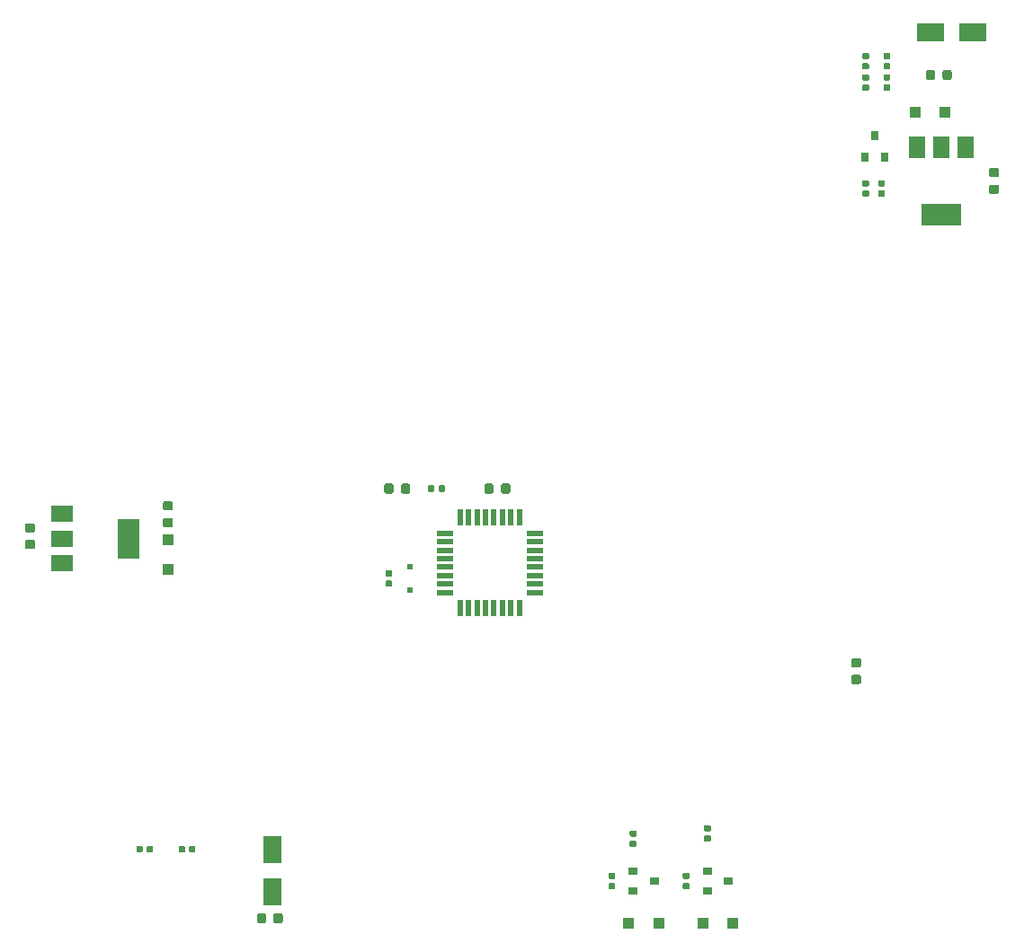
<source format=gbr>
G04 #@! TF.GenerationSoftware,KiCad,Pcbnew,5.1.5-1.fc30*
G04 #@! TF.CreationDate,2020-10-13T00:09:32+02:00*
G04 #@! TF.ProjectId,BeaconTemperature2,42656163-6f6e-4546-956d-706572617475,rev?*
G04 #@! TF.SameCoordinates,Original*
G04 #@! TF.FileFunction,Paste,Top*
G04 #@! TF.FilePolarity,Positive*
%FSLAX46Y46*%
G04 Gerber Fmt 4.6, Leading zero omitted, Abs format (unit mm)*
G04 Created by KiCad (PCBNEW 5.1.5-1.fc30) date 2020-10-13 00:09:32*
%MOMM*%
%LPD*%
G04 APERTURE LIST*
%ADD10C,0.100000*%
%ADD11R,1.500000X2.000000*%
%ADD12R,3.800000X2.000000*%
%ADD13R,0.900000X0.800000*%
%ADD14R,1.100000X1.100000*%
%ADD15R,1.800000X2.500000*%
%ADD16R,0.800000X0.900000*%
%ADD17R,2.500000X1.800000*%
%ADD18R,1.600000X0.550000*%
%ADD19R,0.550000X1.600000*%
%ADD20R,2.000000X1.500000*%
%ADD21R,2.000000X3.800000*%
%ADD22R,0.500000X0.500000*%
G04 APERTURE END LIST*
D10*
G36*
X53815191Y-108026053D02*
G01*
X53836426Y-108029203D01*
X53857250Y-108034419D01*
X53877462Y-108041651D01*
X53896868Y-108050830D01*
X53915281Y-108061866D01*
X53932524Y-108074654D01*
X53948430Y-108089070D01*
X53962846Y-108104976D01*
X53975634Y-108122219D01*
X53986670Y-108140632D01*
X53995849Y-108160038D01*
X54003081Y-108180250D01*
X54008297Y-108201074D01*
X54011447Y-108222309D01*
X54012500Y-108243750D01*
X54012500Y-108756250D01*
X54011447Y-108777691D01*
X54008297Y-108798926D01*
X54003081Y-108819750D01*
X53995849Y-108839962D01*
X53986670Y-108859368D01*
X53975634Y-108877781D01*
X53962846Y-108895024D01*
X53948430Y-108910930D01*
X53932524Y-108925346D01*
X53915281Y-108938134D01*
X53896868Y-108949170D01*
X53877462Y-108958349D01*
X53857250Y-108965581D01*
X53836426Y-108970797D01*
X53815191Y-108973947D01*
X53793750Y-108975000D01*
X53356250Y-108975000D01*
X53334809Y-108973947D01*
X53313574Y-108970797D01*
X53292750Y-108965581D01*
X53272538Y-108958349D01*
X53253132Y-108949170D01*
X53234719Y-108938134D01*
X53217476Y-108925346D01*
X53201570Y-108910930D01*
X53187154Y-108895024D01*
X53174366Y-108877781D01*
X53163330Y-108859368D01*
X53154151Y-108839962D01*
X53146919Y-108819750D01*
X53141703Y-108798926D01*
X53138553Y-108777691D01*
X53137500Y-108756250D01*
X53137500Y-108243750D01*
X53138553Y-108222309D01*
X53141703Y-108201074D01*
X53146919Y-108180250D01*
X53154151Y-108160038D01*
X53163330Y-108140632D01*
X53174366Y-108122219D01*
X53187154Y-108104976D01*
X53201570Y-108089070D01*
X53217476Y-108074654D01*
X53234719Y-108061866D01*
X53253132Y-108050830D01*
X53272538Y-108041651D01*
X53292750Y-108034419D01*
X53313574Y-108029203D01*
X53334809Y-108026053D01*
X53356250Y-108025000D01*
X53793750Y-108025000D01*
X53815191Y-108026053D01*
G37*
G36*
X52240191Y-108026053D02*
G01*
X52261426Y-108029203D01*
X52282250Y-108034419D01*
X52302462Y-108041651D01*
X52321868Y-108050830D01*
X52340281Y-108061866D01*
X52357524Y-108074654D01*
X52373430Y-108089070D01*
X52387846Y-108104976D01*
X52400634Y-108122219D01*
X52411670Y-108140632D01*
X52420849Y-108160038D01*
X52428081Y-108180250D01*
X52433297Y-108201074D01*
X52436447Y-108222309D01*
X52437500Y-108243750D01*
X52437500Y-108756250D01*
X52436447Y-108777691D01*
X52433297Y-108798926D01*
X52428081Y-108819750D01*
X52420849Y-108839962D01*
X52411670Y-108859368D01*
X52400634Y-108877781D01*
X52387846Y-108895024D01*
X52373430Y-108910930D01*
X52357524Y-108925346D01*
X52340281Y-108938134D01*
X52321868Y-108949170D01*
X52302462Y-108958349D01*
X52282250Y-108965581D01*
X52261426Y-108970797D01*
X52240191Y-108973947D01*
X52218750Y-108975000D01*
X51781250Y-108975000D01*
X51759809Y-108973947D01*
X51738574Y-108970797D01*
X51717750Y-108965581D01*
X51697538Y-108958349D01*
X51678132Y-108949170D01*
X51659719Y-108938134D01*
X51642476Y-108925346D01*
X51626570Y-108910930D01*
X51612154Y-108895024D01*
X51599366Y-108877781D01*
X51588330Y-108859368D01*
X51579151Y-108839962D01*
X51571919Y-108819750D01*
X51566703Y-108798926D01*
X51563553Y-108777691D01*
X51562500Y-108756250D01*
X51562500Y-108243750D01*
X51563553Y-108222309D01*
X51566703Y-108201074D01*
X51571919Y-108180250D01*
X51579151Y-108160038D01*
X51588330Y-108140632D01*
X51599366Y-108122219D01*
X51612154Y-108104976D01*
X51626570Y-108089070D01*
X51642476Y-108074654D01*
X51659719Y-108061866D01*
X51678132Y-108050830D01*
X51697538Y-108041651D01*
X51717750Y-108034419D01*
X51738574Y-108029203D01*
X51759809Y-108026053D01*
X51781250Y-108025000D01*
X52218750Y-108025000D01*
X52240191Y-108026053D01*
G37*
G36*
X69131958Y-67680710D02*
G01*
X69146276Y-67682834D01*
X69160317Y-67686351D01*
X69173946Y-67691228D01*
X69187031Y-67697417D01*
X69199447Y-67704858D01*
X69211073Y-67713481D01*
X69221798Y-67723202D01*
X69231519Y-67733927D01*
X69240142Y-67745553D01*
X69247583Y-67757969D01*
X69253772Y-67771054D01*
X69258649Y-67784683D01*
X69262166Y-67798724D01*
X69264290Y-67813042D01*
X69265000Y-67827500D01*
X69265000Y-68172500D01*
X69264290Y-68186958D01*
X69262166Y-68201276D01*
X69258649Y-68215317D01*
X69253772Y-68228946D01*
X69247583Y-68242031D01*
X69240142Y-68254447D01*
X69231519Y-68266073D01*
X69221798Y-68276798D01*
X69211073Y-68286519D01*
X69199447Y-68295142D01*
X69187031Y-68302583D01*
X69173946Y-68308772D01*
X69160317Y-68313649D01*
X69146276Y-68317166D01*
X69131958Y-68319290D01*
X69117500Y-68320000D01*
X68822500Y-68320000D01*
X68808042Y-68319290D01*
X68793724Y-68317166D01*
X68779683Y-68313649D01*
X68766054Y-68308772D01*
X68752969Y-68302583D01*
X68740553Y-68295142D01*
X68728927Y-68286519D01*
X68718202Y-68276798D01*
X68708481Y-68266073D01*
X68699858Y-68254447D01*
X68692417Y-68242031D01*
X68686228Y-68228946D01*
X68681351Y-68215317D01*
X68677834Y-68201276D01*
X68675710Y-68186958D01*
X68675000Y-68172500D01*
X68675000Y-67827500D01*
X68675710Y-67813042D01*
X68677834Y-67798724D01*
X68681351Y-67784683D01*
X68686228Y-67771054D01*
X68692417Y-67757969D01*
X68699858Y-67745553D01*
X68708481Y-67733927D01*
X68718202Y-67723202D01*
X68728927Y-67713481D01*
X68740553Y-67704858D01*
X68752969Y-67697417D01*
X68766054Y-67691228D01*
X68779683Y-67686351D01*
X68793724Y-67682834D01*
X68808042Y-67680710D01*
X68822500Y-67680000D01*
X69117500Y-67680000D01*
X69131958Y-67680710D01*
G37*
G36*
X68161958Y-67680710D02*
G01*
X68176276Y-67682834D01*
X68190317Y-67686351D01*
X68203946Y-67691228D01*
X68217031Y-67697417D01*
X68229447Y-67704858D01*
X68241073Y-67713481D01*
X68251798Y-67723202D01*
X68261519Y-67733927D01*
X68270142Y-67745553D01*
X68277583Y-67757969D01*
X68283772Y-67771054D01*
X68288649Y-67784683D01*
X68292166Y-67798724D01*
X68294290Y-67813042D01*
X68295000Y-67827500D01*
X68295000Y-68172500D01*
X68294290Y-68186958D01*
X68292166Y-68201276D01*
X68288649Y-68215317D01*
X68283772Y-68228946D01*
X68277583Y-68242031D01*
X68270142Y-68254447D01*
X68261519Y-68266073D01*
X68251798Y-68276798D01*
X68241073Y-68286519D01*
X68229447Y-68295142D01*
X68217031Y-68302583D01*
X68203946Y-68308772D01*
X68190317Y-68313649D01*
X68176276Y-68317166D01*
X68161958Y-68319290D01*
X68147500Y-68320000D01*
X67852500Y-68320000D01*
X67838042Y-68319290D01*
X67823724Y-68317166D01*
X67809683Y-68313649D01*
X67796054Y-68308772D01*
X67782969Y-68302583D01*
X67770553Y-68295142D01*
X67758927Y-68286519D01*
X67748202Y-68276798D01*
X67738481Y-68266073D01*
X67729858Y-68254447D01*
X67722417Y-68242031D01*
X67716228Y-68228946D01*
X67711351Y-68215317D01*
X67707834Y-68201276D01*
X67705710Y-68186958D01*
X67705000Y-68172500D01*
X67705000Y-67827500D01*
X67705710Y-67813042D01*
X67707834Y-67798724D01*
X67711351Y-67784683D01*
X67716228Y-67771054D01*
X67722417Y-67757969D01*
X67729858Y-67745553D01*
X67738481Y-67733927D01*
X67748202Y-67723202D01*
X67758927Y-67713481D01*
X67770553Y-67704858D01*
X67782969Y-67697417D01*
X67796054Y-67691228D01*
X67809683Y-67686351D01*
X67823724Y-67682834D01*
X67838042Y-67680710D01*
X67852500Y-67680000D01*
X68147500Y-67680000D01*
X68161958Y-67680710D01*
G37*
G36*
X65815191Y-67526053D02*
G01*
X65836426Y-67529203D01*
X65857250Y-67534419D01*
X65877462Y-67541651D01*
X65896868Y-67550830D01*
X65915281Y-67561866D01*
X65932524Y-67574654D01*
X65948430Y-67589070D01*
X65962846Y-67604976D01*
X65975634Y-67622219D01*
X65986670Y-67640632D01*
X65995849Y-67660038D01*
X66003081Y-67680250D01*
X66008297Y-67701074D01*
X66011447Y-67722309D01*
X66012500Y-67743750D01*
X66012500Y-68256250D01*
X66011447Y-68277691D01*
X66008297Y-68298926D01*
X66003081Y-68319750D01*
X65995849Y-68339962D01*
X65986670Y-68359368D01*
X65975634Y-68377781D01*
X65962846Y-68395024D01*
X65948430Y-68410930D01*
X65932524Y-68425346D01*
X65915281Y-68438134D01*
X65896868Y-68449170D01*
X65877462Y-68458349D01*
X65857250Y-68465581D01*
X65836426Y-68470797D01*
X65815191Y-68473947D01*
X65793750Y-68475000D01*
X65356250Y-68475000D01*
X65334809Y-68473947D01*
X65313574Y-68470797D01*
X65292750Y-68465581D01*
X65272538Y-68458349D01*
X65253132Y-68449170D01*
X65234719Y-68438134D01*
X65217476Y-68425346D01*
X65201570Y-68410930D01*
X65187154Y-68395024D01*
X65174366Y-68377781D01*
X65163330Y-68359368D01*
X65154151Y-68339962D01*
X65146919Y-68319750D01*
X65141703Y-68298926D01*
X65138553Y-68277691D01*
X65137500Y-68256250D01*
X65137500Y-67743750D01*
X65138553Y-67722309D01*
X65141703Y-67701074D01*
X65146919Y-67680250D01*
X65154151Y-67660038D01*
X65163330Y-67640632D01*
X65174366Y-67622219D01*
X65187154Y-67604976D01*
X65201570Y-67589070D01*
X65217476Y-67574654D01*
X65234719Y-67561866D01*
X65253132Y-67550830D01*
X65272538Y-67541651D01*
X65292750Y-67534419D01*
X65313574Y-67529203D01*
X65334809Y-67526053D01*
X65356250Y-67525000D01*
X65793750Y-67525000D01*
X65815191Y-67526053D01*
G37*
G36*
X64240191Y-67526053D02*
G01*
X64261426Y-67529203D01*
X64282250Y-67534419D01*
X64302462Y-67541651D01*
X64321868Y-67550830D01*
X64340281Y-67561866D01*
X64357524Y-67574654D01*
X64373430Y-67589070D01*
X64387846Y-67604976D01*
X64400634Y-67622219D01*
X64411670Y-67640632D01*
X64420849Y-67660038D01*
X64428081Y-67680250D01*
X64433297Y-67701074D01*
X64436447Y-67722309D01*
X64437500Y-67743750D01*
X64437500Y-68256250D01*
X64436447Y-68277691D01*
X64433297Y-68298926D01*
X64428081Y-68319750D01*
X64420849Y-68339962D01*
X64411670Y-68359368D01*
X64400634Y-68377781D01*
X64387846Y-68395024D01*
X64373430Y-68410930D01*
X64357524Y-68425346D01*
X64340281Y-68438134D01*
X64321868Y-68449170D01*
X64302462Y-68458349D01*
X64282250Y-68465581D01*
X64261426Y-68470797D01*
X64240191Y-68473947D01*
X64218750Y-68475000D01*
X63781250Y-68475000D01*
X63759809Y-68473947D01*
X63738574Y-68470797D01*
X63717750Y-68465581D01*
X63697538Y-68458349D01*
X63678132Y-68449170D01*
X63659719Y-68438134D01*
X63642476Y-68425346D01*
X63626570Y-68410930D01*
X63612154Y-68395024D01*
X63599366Y-68377781D01*
X63588330Y-68359368D01*
X63579151Y-68339962D01*
X63571919Y-68319750D01*
X63566703Y-68298926D01*
X63563553Y-68277691D01*
X63562500Y-68256250D01*
X63562500Y-67743750D01*
X63563553Y-67722309D01*
X63566703Y-67701074D01*
X63571919Y-67680250D01*
X63579151Y-67660038D01*
X63588330Y-67640632D01*
X63599366Y-67622219D01*
X63612154Y-67604976D01*
X63626570Y-67589070D01*
X63642476Y-67574654D01*
X63659719Y-67561866D01*
X63678132Y-67550830D01*
X63697538Y-67541651D01*
X63717750Y-67534419D01*
X63738574Y-67529203D01*
X63759809Y-67526053D01*
X63781250Y-67525000D01*
X64218750Y-67525000D01*
X64240191Y-67526053D01*
G37*
G36*
X45646958Y-101680710D02*
G01*
X45661276Y-101682834D01*
X45675317Y-101686351D01*
X45688946Y-101691228D01*
X45702031Y-101697417D01*
X45714447Y-101704858D01*
X45726073Y-101713481D01*
X45736798Y-101723202D01*
X45746519Y-101733927D01*
X45755142Y-101745553D01*
X45762583Y-101757969D01*
X45768772Y-101771054D01*
X45773649Y-101784683D01*
X45777166Y-101798724D01*
X45779290Y-101813042D01*
X45780000Y-101827500D01*
X45780000Y-102172500D01*
X45779290Y-102186958D01*
X45777166Y-102201276D01*
X45773649Y-102215317D01*
X45768772Y-102228946D01*
X45762583Y-102242031D01*
X45755142Y-102254447D01*
X45746519Y-102266073D01*
X45736798Y-102276798D01*
X45726073Y-102286519D01*
X45714447Y-102295142D01*
X45702031Y-102302583D01*
X45688946Y-102308772D01*
X45675317Y-102313649D01*
X45661276Y-102317166D01*
X45646958Y-102319290D01*
X45632500Y-102320000D01*
X45337500Y-102320000D01*
X45323042Y-102319290D01*
X45308724Y-102317166D01*
X45294683Y-102313649D01*
X45281054Y-102308772D01*
X45267969Y-102302583D01*
X45255553Y-102295142D01*
X45243927Y-102286519D01*
X45233202Y-102276798D01*
X45223481Y-102266073D01*
X45214858Y-102254447D01*
X45207417Y-102242031D01*
X45201228Y-102228946D01*
X45196351Y-102215317D01*
X45192834Y-102201276D01*
X45190710Y-102186958D01*
X45190000Y-102172500D01*
X45190000Y-101827500D01*
X45190710Y-101813042D01*
X45192834Y-101798724D01*
X45196351Y-101784683D01*
X45201228Y-101771054D01*
X45207417Y-101757969D01*
X45214858Y-101745553D01*
X45223481Y-101733927D01*
X45233202Y-101723202D01*
X45243927Y-101713481D01*
X45255553Y-101704858D01*
X45267969Y-101697417D01*
X45281054Y-101691228D01*
X45294683Y-101686351D01*
X45308724Y-101682834D01*
X45323042Y-101680710D01*
X45337500Y-101680000D01*
X45632500Y-101680000D01*
X45646958Y-101680710D01*
G37*
G36*
X44676958Y-101680710D02*
G01*
X44691276Y-101682834D01*
X44705317Y-101686351D01*
X44718946Y-101691228D01*
X44732031Y-101697417D01*
X44744447Y-101704858D01*
X44756073Y-101713481D01*
X44766798Y-101723202D01*
X44776519Y-101733927D01*
X44785142Y-101745553D01*
X44792583Y-101757969D01*
X44798772Y-101771054D01*
X44803649Y-101784683D01*
X44807166Y-101798724D01*
X44809290Y-101813042D01*
X44810000Y-101827500D01*
X44810000Y-102172500D01*
X44809290Y-102186958D01*
X44807166Y-102201276D01*
X44803649Y-102215317D01*
X44798772Y-102228946D01*
X44792583Y-102242031D01*
X44785142Y-102254447D01*
X44776519Y-102266073D01*
X44766798Y-102276798D01*
X44756073Y-102286519D01*
X44744447Y-102295142D01*
X44732031Y-102302583D01*
X44718946Y-102308772D01*
X44705317Y-102313649D01*
X44691276Y-102317166D01*
X44676958Y-102319290D01*
X44662500Y-102320000D01*
X44367500Y-102320000D01*
X44353042Y-102319290D01*
X44338724Y-102317166D01*
X44324683Y-102313649D01*
X44311054Y-102308772D01*
X44297969Y-102302583D01*
X44285553Y-102295142D01*
X44273927Y-102286519D01*
X44263202Y-102276798D01*
X44253481Y-102266073D01*
X44244858Y-102254447D01*
X44237417Y-102242031D01*
X44231228Y-102228946D01*
X44226351Y-102215317D01*
X44222834Y-102201276D01*
X44220710Y-102186958D01*
X44220000Y-102172500D01*
X44220000Y-101827500D01*
X44220710Y-101813042D01*
X44222834Y-101798724D01*
X44226351Y-101784683D01*
X44231228Y-101771054D01*
X44237417Y-101757969D01*
X44244858Y-101745553D01*
X44253481Y-101733927D01*
X44263202Y-101723202D01*
X44273927Y-101713481D01*
X44285553Y-101704858D01*
X44297969Y-101697417D01*
X44311054Y-101691228D01*
X44324683Y-101686351D01*
X44338724Y-101682834D01*
X44353042Y-101680710D01*
X44367500Y-101680000D01*
X44662500Y-101680000D01*
X44676958Y-101680710D01*
G37*
G36*
X41646958Y-101680710D02*
G01*
X41661276Y-101682834D01*
X41675317Y-101686351D01*
X41688946Y-101691228D01*
X41702031Y-101697417D01*
X41714447Y-101704858D01*
X41726073Y-101713481D01*
X41736798Y-101723202D01*
X41746519Y-101733927D01*
X41755142Y-101745553D01*
X41762583Y-101757969D01*
X41768772Y-101771054D01*
X41773649Y-101784683D01*
X41777166Y-101798724D01*
X41779290Y-101813042D01*
X41780000Y-101827500D01*
X41780000Y-102172500D01*
X41779290Y-102186958D01*
X41777166Y-102201276D01*
X41773649Y-102215317D01*
X41768772Y-102228946D01*
X41762583Y-102242031D01*
X41755142Y-102254447D01*
X41746519Y-102266073D01*
X41736798Y-102276798D01*
X41726073Y-102286519D01*
X41714447Y-102295142D01*
X41702031Y-102302583D01*
X41688946Y-102308772D01*
X41675317Y-102313649D01*
X41661276Y-102317166D01*
X41646958Y-102319290D01*
X41632500Y-102320000D01*
X41337500Y-102320000D01*
X41323042Y-102319290D01*
X41308724Y-102317166D01*
X41294683Y-102313649D01*
X41281054Y-102308772D01*
X41267969Y-102302583D01*
X41255553Y-102295142D01*
X41243927Y-102286519D01*
X41233202Y-102276798D01*
X41223481Y-102266073D01*
X41214858Y-102254447D01*
X41207417Y-102242031D01*
X41201228Y-102228946D01*
X41196351Y-102215317D01*
X41192834Y-102201276D01*
X41190710Y-102186958D01*
X41190000Y-102172500D01*
X41190000Y-101827500D01*
X41190710Y-101813042D01*
X41192834Y-101798724D01*
X41196351Y-101784683D01*
X41201228Y-101771054D01*
X41207417Y-101757969D01*
X41214858Y-101745553D01*
X41223481Y-101733927D01*
X41233202Y-101723202D01*
X41243927Y-101713481D01*
X41255553Y-101704858D01*
X41267969Y-101697417D01*
X41281054Y-101691228D01*
X41294683Y-101686351D01*
X41308724Y-101682834D01*
X41323042Y-101680710D01*
X41337500Y-101680000D01*
X41632500Y-101680000D01*
X41646958Y-101680710D01*
G37*
G36*
X40676958Y-101680710D02*
G01*
X40691276Y-101682834D01*
X40705317Y-101686351D01*
X40718946Y-101691228D01*
X40732031Y-101697417D01*
X40744447Y-101704858D01*
X40756073Y-101713481D01*
X40766798Y-101723202D01*
X40776519Y-101733927D01*
X40785142Y-101745553D01*
X40792583Y-101757969D01*
X40798772Y-101771054D01*
X40803649Y-101784683D01*
X40807166Y-101798724D01*
X40809290Y-101813042D01*
X40810000Y-101827500D01*
X40810000Y-102172500D01*
X40809290Y-102186958D01*
X40807166Y-102201276D01*
X40803649Y-102215317D01*
X40798772Y-102228946D01*
X40792583Y-102242031D01*
X40785142Y-102254447D01*
X40776519Y-102266073D01*
X40766798Y-102276798D01*
X40756073Y-102286519D01*
X40744447Y-102295142D01*
X40732031Y-102302583D01*
X40718946Y-102308772D01*
X40705317Y-102313649D01*
X40691276Y-102317166D01*
X40676958Y-102319290D01*
X40662500Y-102320000D01*
X40367500Y-102320000D01*
X40353042Y-102319290D01*
X40338724Y-102317166D01*
X40324683Y-102313649D01*
X40311054Y-102308772D01*
X40297969Y-102302583D01*
X40285553Y-102295142D01*
X40273927Y-102286519D01*
X40263202Y-102276798D01*
X40253481Y-102266073D01*
X40244858Y-102254447D01*
X40237417Y-102242031D01*
X40231228Y-102228946D01*
X40226351Y-102215317D01*
X40222834Y-102201276D01*
X40220710Y-102186958D01*
X40220000Y-102172500D01*
X40220000Y-101827500D01*
X40220710Y-101813042D01*
X40222834Y-101798724D01*
X40226351Y-101784683D01*
X40231228Y-101771054D01*
X40237417Y-101757969D01*
X40244858Y-101745553D01*
X40253481Y-101733927D01*
X40263202Y-101723202D01*
X40273927Y-101713481D01*
X40285553Y-101704858D01*
X40297969Y-101697417D01*
X40311054Y-101691228D01*
X40324683Y-101686351D01*
X40338724Y-101682834D01*
X40353042Y-101680710D01*
X40367500Y-101680000D01*
X40662500Y-101680000D01*
X40676958Y-101680710D01*
G37*
D11*
X118300000Y-35850000D03*
X113700000Y-35850000D03*
X116000000Y-35850000D03*
D12*
X116000000Y-42150000D03*
D10*
G36*
X85186958Y-105190710D02*
G01*
X85201276Y-105192834D01*
X85215317Y-105196351D01*
X85228946Y-105201228D01*
X85242031Y-105207417D01*
X85254447Y-105214858D01*
X85266073Y-105223481D01*
X85276798Y-105233202D01*
X85286519Y-105243927D01*
X85295142Y-105255553D01*
X85302583Y-105267969D01*
X85308772Y-105281054D01*
X85313649Y-105294683D01*
X85317166Y-105308724D01*
X85319290Y-105323042D01*
X85320000Y-105337500D01*
X85320000Y-105632500D01*
X85319290Y-105646958D01*
X85317166Y-105661276D01*
X85313649Y-105675317D01*
X85308772Y-105688946D01*
X85302583Y-105702031D01*
X85295142Y-105714447D01*
X85286519Y-105726073D01*
X85276798Y-105736798D01*
X85266073Y-105746519D01*
X85254447Y-105755142D01*
X85242031Y-105762583D01*
X85228946Y-105768772D01*
X85215317Y-105773649D01*
X85201276Y-105777166D01*
X85186958Y-105779290D01*
X85172500Y-105780000D01*
X84827500Y-105780000D01*
X84813042Y-105779290D01*
X84798724Y-105777166D01*
X84784683Y-105773649D01*
X84771054Y-105768772D01*
X84757969Y-105762583D01*
X84745553Y-105755142D01*
X84733927Y-105746519D01*
X84723202Y-105736798D01*
X84713481Y-105726073D01*
X84704858Y-105714447D01*
X84697417Y-105702031D01*
X84691228Y-105688946D01*
X84686351Y-105675317D01*
X84682834Y-105661276D01*
X84680710Y-105646958D01*
X84680000Y-105632500D01*
X84680000Y-105337500D01*
X84680710Y-105323042D01*
X84682834Y-105308724D01*
X84686351Y-105294683D01*
X84691228Y-105281054D01*
X84697417Y-105267969D01*
X84704858Y-105255553D01*
X84713481Y-105243927D01*
X84723202Y-105233202D01*
X84733927Y-105223481D01*
X84745553Y-105214858D01*
X84757969Y-105207417D01*
X84771054Y-105201228D01*
X84784683Y-105196351D01*
X84798724Y-105192834D01*
X84813042Y-105190710D01*
X84827500Y-105190000D01*
X85172500Y-105190000D01*
X85186958Y-105190710D01*
G37*
G36*
X85186958Y-104220710D02*
G01*
X85201276Y-104222834D01*
X85215317Y-104226351D01*
X85228946Y-104231228D01*
X85242031Y-104237417D01*
X85254447Y-104244858D01*
X85266073Y-104253481D01*
X85276798Y-104263202D01*
X85286519Y-104273927D01*
X85295142Y-104285553D01*
X85302583Y-104297969D01*
X85308772Y-104311054D01*
X85313649Y-104324683D01*
X85317166Y-104338724D01*
X85319290Y-104353042D01*
X85320000Y-104367500D01*
X85320000Y-104662500D01*
X85319290Y-104676958D01*
X85317166Y-104691276D01*
X85313649Y-104705317D01*
X85308772Y-104718946D01*
X85302583Y-104732031D01*
X85295142Y-104744447D01*
X85286519Y-104756073D01*
X85276798Y-104766798D01*
X85266073Y-104776519D01*
X85254447Y-104785142D01*
X85242031Y-104792583D01*
X85228946Y-104798772D01*
X85215317Y-104803649D01*
X85201276Y-104807166D01*
X85186958Y-104809290D01*
X85172500Y-104810000D01*
X84827500Y-104810000D01*
X84813042Y-104809290D01*
X84798724Y-104807166D01*
X84784683Y-104803649D01*
X84771054Y-104798772D01*
X84757969Y-104792583D01*
X84745553Y-104785142D01*
X84733927Y-104776519D01*
X84723202Y-104766798D01*
X84713481Y-104756073D01*
X84704858Y-104744447D01*
X84697417Y-104732031D01*
X84691228Y-104718946D01*
X84686351Y-104705317D01*
X84682834Y-104691276D01*
X84680710Y-104676958D01*
X84680000Y-104662500D01*
X84680000Y-104367500D01*
X84680710Y-104353042D01*
X84682834Y-104338724D01*
X84686351Y-104324683D01*
X84691228Y-104311054D01*
X84697417Y-104297969D01*
X84704858Y-104285553D01*
X84713481Y-104273927D01*
X84723202Y-104263202D01*
X84733927Y-104253481D01*
X84745553Y-104244858D01*
X84757969Y-104237417D01*
X84771054Y-104231228D01*
X84784683Y-104226351D01*
X84798724Y-104222834D01*
X84813042Y-104220710D01*
X84827500Y-104220000D01*
X85172500Y-104220000D01*
X85186958Y-104220710D01*
G37*
G36*
X92186958Y-105190710D02*
G01*
X92201276Y-105192834D01*
X92215317Y-105196351D01*
X92228946Y-105201228D01*
X92242031Y-105207417D01*
X92254447Y-105214858D01*
X92266073Y-105223481D01*
X92276798Y-105233202D01*
X92286519Y-105243927D01*
X92295142Y-105255553D01*
X92302583Y-105267969D01*
X92308772Y-105281054D01*
X92313649Y-105294683D01*
X92317166Y-105308724D01*
X92319290Y-105323042D01*
X92320000Y-105337500D01*
X92320000Y-105632500D01*
X92319290Y-105646958D01*
X92317166Y-105661276D01*
X92313649Y-105675317D01*
X92308772Y-105688946D01*
X92302583Y-105702031D01*
X92295142Y-105714447D01*
X92286519Y-105726073D01*
X92276798Y-105736798D01*
X92266073Y-105746519D01*
X92254447Y-105755142D01*
X92242031Y-105762583D01*
X92228946Y-105768772D01*
X92215317Y-105773649D01*
X92201276Y-105777166D01*
X92186958Y-105779290D01*
X92172500Y-105780000D01*
X91827500Y-105780000D01*
X91813042Y-105779290D01*
X91798724Y-105777166D01*
X91784683Y-105773649D01*
X91771054Y-105768772D01*
X91757969Y-105762583D01*
X91745553Y-105755142D01*
X91733927Y-105746519D01*
X91723202Y-105736798D01*
X91713481Y-105726073D01*
X91704858Y-105714447D01*
X91697417Y-105702031D01*
X91691228Y-105688946D01*
X91686351Y-105675317D01*
X91682834Y-105661276D01*
X91680710Y-105646958D01*
X91680000Y-105632500D01*
X91680000Y-105337500D01*
X91680710Y-105323042D01*
X91682834Y-105308724D01*
X91686351Y-105294683D01*
X91691228Y-105281054D01*
X91697417Y-105267969D01*
X91704858Y-105255553D01*
X91713481Y-105243927D01*
X91723202Y-105233202D01*
X91733927Y-105223481D01*
X91745553Y-105214858D01*
X91757969Y-105207417D01*
X91771054Y-105201228D01*
X91784683Y-105196351D01*
X91798724Y-105192834D01*
X91813042Y-105190710D01*
X91827500Y-105190000D01*
X92172500Y-105190000D01*
X92186958Y-105190710D01*
G37*
G36*
X92186958Y-104220710D02*
G01*
X92201276Y-104222834D01*
X92215317Y-104226351D01*
X92228946Y-104231228D01*
X92242031Y-104237417D01*
X92254447Y-104244858D01*
X92266073Y-104253481D01*
X92276798Y-104263202D01*
X92286519Y-104273927D01*
X92295142Y-104285553D01*
X92302583Y-104297969D01*
X92308772Y-104311054D01*
X92313649Y-104324683D01*
X92317166Y-104338724D01*
X92319290Y-104353042D01*
X92320000Y-104367500D01*
X92320000Y-104662500D01*
X92319290Y-104676958D01*
X92317166Y-104691276D01*
X92313649Y-104705317D01*
X92308772Y-104718946D01*
X92302583Y-104732031D01*
X92295142Y-104744447D01*
X92286519Y-104756073D01*
X92276798Y-104766798D01*
X92266073Y-104776519D01*
X92254447Y-104785142D01*
X92242031Y-104792583D01*
X92228946Y-104798772D01*
X92215317Y-104803649D01*
X92201276Y-104807166D01*
X92186958Y-104809290D01*
X92172500Y-104810000D01*
X91827500Y-104810000D01*
X91813042Y-104809290D01*
X91798724Y-104807166D01*
X91784683Y-104803649D01*
X91771054Y-104798772D01*
X91757969Y-104792583D01*
X91745553Y-104785142D01*
X91733927Y-104776519D01*
X91723202Y-104766798D01*
X91713481Y-104756073D01*
X91704858Y-104744447D01*
X91697417Y-104732031D01*
X91691228Y-104718946D01*
X91686351Y-104705317D01*
X91682834Y-104691276D01*
X91680710Y-104676958D01*
X91680000Y-104662500D01*
X91680000Y-104367500D01*
X91680710Y-104353042D01*
X91682834Y-104338724D01*
X91686351Y-104324683D01*
X91691228Y-104311054D01*
X91697417Y-104297969D01*
X91704858Y-104285553D01*
X91713481Y-104273927D01*
X91723202Y-104263202D01*
X91733927Y-104253481D01*
X91745553Y-104244858D01*
X91757969Y-104237417D01*
X91771054Y-104231228D01*
X91784683Y-104226351D01*
X91798724Y-104222834D01*
X91813042Y-104220710D01*
X91827500Y-104220000D01*
X92172500Y-104220000D01*
X92186958Y-104220710D01*
G37*
G36*
X87186958Y-101190710D02*
G01*
X87201276Y-101192834D01*
X87215317Y-101196351D01*
X87228946Y-101201228D01*
X87242031Y-101207417D01*
X87254447Y-101214858D01*
X87266073Y-101223481D01*
X87276798Y-101233202D01*
X87286519Y-101243927D01*
X87295142Y-101255553D01*
X87302583Y-101267969D01*
X87308772Y-101281054D01*
X87313649Y-101294683D01*
X87317166Y-101308724D01*
X87319290Y-101323042D01*
X87320000Y-101337500D01*
X87320000Y-101632500D01*
X87319290Y-101646958D01*
X87317166Y-101661276D01*
X87313649Y-101675317D01*
X87308772Y-101688946D01*
X87302583Y-101702031D01*
X87295142Y-101714447D01*
X87286519Y-101726073D01*
X87276798Y-101736798D01*
X87266073Y-101746519D01*
X87254447Y-101755142D01*
X87242031Y-101762583D01*
X87228946Y-101768772D01*
X87215317Y-101773649D01*
X87201276Y-101777166D01*
X87186958Y-101779290D01*
X87172500Y-101780000D01*
X86827500Y-101780000D01*
X86813042Y-101779290D01*
X86798724Y-101777166D01*
X86784683Y-101773649D01*
X86771054Y-101768772D01*
X86757969Y-101762583D01*
X86745553Y-101755142D01*
X86733927Y-101746519D01*
X86723202Y-101736798D01*
X86713481Y-101726073D01*
X86704858Y-101714447D01*
X86697417Y-101702031D01*
X86691228Y-101688946D01*
X86686351Y-101675317D01*
X86682834Y-101661276D01*
X86680710Y-101646958D01*
X86680000Y-101632500D01*
X86680000Y-101337500D01*
X86680710Y-101323042D01*
X86682834Y-101308724D01*
X86686351Y-101294683D01*
X86691228Y-101281054D01*
X86697417Y-101267969D01*
X86704858Y-101255553D01*
X86713481Y-101243927D01*
X86723202Y-101233202D01*
X86733927Y-101223481D01*
X86745553Y-101214858D01*
X86757969Y-101207417D01*
X86771054Y-101201228D01*
X86784683Y-101196351D01*
X86798724Y-101192834D01*
X86813042Y-101190710D01*
X86827500Y-101190000D01*
X87172500Y-101190000D01*
X87186958Y-101190710D01*
G37*
G36*
X87186958Y-100220710D02*
G01*
X87201276Y-100222834D01*
X87215317Y-100226351D01*
X87228946Y-100231228D01*
X87242031Y-100237417D01*
X87254447Y-100244858D01*
X87266073Y-100253481D01*
X87276798Y-100263202D01*
X87286519Y-100273927D01*
X87295142Y-100285553D01*
X87302583Y-100297969D01*
X87308772Y-100311054D01*
X87313649Y-100324683D01*
X87317166Y-100338724D01*
X87319290Y-100353042D01*
X87320000Y-100367500D01*
X87320000Y-100662500D01*
X87319290Y-100676958D01*
X87317166Y-100691276D01*
X87313649Y-100705317D01*
X87308772Y-100718946D01*
X87302583Y-100732031D01*
X87295142Y-100744447D01*
X87286519Y-100756073D01*
X87276798Y-100766798D01*
X87266073Y-100776519D01*
X87254447Y-100785142D01*
X87242031Y-100792583D01*
X87228946Y-100798772D01*
X87215317Y-100803649D01*
X87201276Y-100807166D01*
X87186958Y-100809290D01*
X87172500Y-100810000D01*
X86827500Y-100810000D01*
X86813042Y-100809290D01*
X86798724Y-100807166D01*
X86784683Y-100803649D01*
X86771054Y-100798772D01*
X86757969Y-100792583D01*
X86745553Y-100785142D01*
X86733927Y-100776519D01*
X86723202Y-100766798D01*
X86713481Y-100756073D01*
X86704858Y-100744447D01*
X86697417Y-100732031D01*
X86691228Y-100718946D01*
X86686351Y-100705317D01*
X86682834Y-100691276D01*
X86680710Y-100676958D01*
X86680000Y-100662500D01*
X86680000Y-100367500D01*
X86680710Y-100353042D01*
X86682834Y-100338724D01*
X86686351Y-100324683D01*
X86691228Y-100311054D01*
X86697417Y-100297969D01*
X86704858Y-100285553D01*
X86713481Y-100273927D01*
X86723202Y-100263202D01*
X86733927Y-100253481D01*
X86745553Y-100244858D01*
X86757969Y-100237417D01*
X86771054Y-100231228D01*
X86784683Y-100226351D01*
X86798724Y-100222834D01*
X86813042Y-100220710D01*
X86827500Y-100220000D01*
X87172500Y-100220000D01*
X87186958Y-100220710D01*
G37*
G36*
X94186958Y-100705710D02*
G01*
X94201276Y-100707834D01*
X94215317Y-100711351D01*
X94228946Y-100716228D01*
X94242031Y-100722417D01*
X94254447Y-100729858D01*
X94266073Y-100738481D01*
X94276798Y-100748202D01*
X94286519Y-100758927D01*
X94295142Y-100770553D01*
X94302583Y-100782969D01*
X94308772Y-100796054D01*
X94313649Y-100809683D01*
X94317166Y-100823724D01*
X94319290Y-100838042D01*
X94320000Y-100852500D01*
X94320000Y-101147500D01*
X94319290Y-101161958D01*
X94317166Y-101176276D01*
X94313649Y-101190317D01*
X94308772Y-101203946D01*
X94302583Y-101217031D01*
X94295142Y-101229447D01*
X94286519Y-101241073D01*
X94276798Y-101251798D01*
X94266073Y-101261519D01*
X94254447Y-101270142D01*
X94242031Y-101277583D01*
X94228946Y-101283772D01*
X94215317Y-101288649D01*
X94201276Y-101292166D01*
X94186958Y-101294290D01*
X94172500Y-101295000D01*
X93827500Y-101295000D01*
X93813042Y-101294290D01*
X93798724Y-101292166D01*
X93784683Y-101288649D01*
X93771054Y-101283772D01*
X93757969Y-101277583D01*
X93745553Y-101270142D01*
X93733927Y-101261519D01*
X93723202Y-101251798D01*
X93713481Y-101241073D01*
X93704858Y-101229447D01*
X93697417Y-101217031D01*
X93691228Y-101203946D01*
X93686351Y-101190317D01*
X93682834Y-101176276D01*
X93680710Y-101161958D01*
X93680000Y-101147500D01*
X93680000Y-100852500D01*
X93680710Y-100838042D01*
X93682834Y-100823724D01*
X93686351Y-100809683D01*
X93691228Y-100796054D01*
X93697417Y-100782969D01*
X93704858Y-100770553D01*
X93713481Y-100758927D01*
X93723202Y-100748202D01*
X93733927Y-100738481D01*
X93745553Y-100729858D01*
X93757969Y-100722417D01*
X93771054Y-100716228D01*
X93784683Y-100711351D01*
X93798724Y-100707834D01*
X93813042Y-100705710D01*
X93827500Y-100705000D01*
X94172500Y-100705000D01*
X94186958Y-100705710D01*
G37*
G36*
X94186958Y-99735710D02*
G01*
X94201276Y-99737834D01*
X94215317Y-99741351D01*
X94228946Y-99746228D01*
X94242031Y-99752417D01*
X94254447Y-99759858D01*
X94266073Y-99768481D01*
X94276798Y-99778202D01*
X94286519Y-99788927D01*
X94295142Y-99800553D01*
X94302583Y-99812969D01*
X94308772Y-99826054D01*
X94313649Y-99839683D01*
X94317166Y-99853724D01*
X94319290Y-99868042D01*
X94320000Y-99882500D01*
X94320000Y-100177500D01*
X94319290Y-100191958D01*
X94317166Y-100206276D01*
X94313649Y-100220317D01*
X94308772Y-100233946D01*
X94302583Y-100247031D01*
X94295142Y-100259447D01*
X94286519Y-100271073D01*
X94276798Y-100281798D01*
X94266073Y-100291519D01*
X94254447Y-100300142D01*
X94242031Y-100307583D01*
X94228946Y-100313772D01*
X94215317Y-100318649D01*
X94201276Y-100322166D01*
X94186958Y-100324290D01*
X94172500Y-100325000D01*
X93827500Y-100325000D01*
X93813042Y-100324290D01*
X93798724Y-100322166D01*
X93784683Y-100318649D01*
X93771054Y-100313772D01*
X93757969Y-100307583D01*
X93745553Y-100300142D01*
X93733927Y-100291519D01*
X93723202Y-100281798D01*
X93713481Y-100271073D01*
X93704858Y-100259447D01*
X93697417Y-100247031D01*
X93691228Y-100233946D01*
X93686351Y-100220317D01*
X93682834Y-100206276D01*
X93680710Y-100191958D01*
X93680000Y-100177500D01*
X93680000Y-99882500D01*
X93680710Y-99868042D01*
X93682834Y-99853724D01*
X93686351Y-99839683D01*
X93691228Y-99826054D01*
X93697417Y-99812969D01*
X93704858Y-99800553D01*
X93713481Y-99788927D01*
X93723202Y-99778202D01*
X93733927Y-99768481D01*
X93745553Y-99759858D01*
X93757969Y-99752417D01*
X93771054Y-99746228D01*
X93784683Y-99741351D01*
X93798724Y-99737834D01*
X93813042Y-99735710D01*
X93827500Y-99735000D01*
X94172500Y-99735000D01*
X94186958Y-99735710D01*
G37*
D13*
X89000000Y-105000000D03*
X87000000Y-105950000D03*
X87000000Y-104050000D03*
X96000000Y-105000000D03*
X94000000Y-105950000D03*
X94000000Y-104050000D03*
D14*
X96400000Y-109000000D03*
X93600000Y-109000000D03*
X89400000Y-109000000D03*
X86600000Y-109000000D03*
D15*
X53000000Y-102000000D03*
X53000000Y-106000000D03*
D10*
G36*
X121277691Y-39351053D02*
G01*
X121298926Y-39354203D01*
X121319750Y-39359419D01*
X121339962Y-39366651D01*
X121359368Y-39375830D01*
X121377781Y-39386866D01*
X121395024Y-39399654D01*
X121410930Y-39414070D01*
X121425346Y-39429976D01*
X121438134Y-39447219D01*
X121449170Y-39465632D01*
X121458349Y-39485038D01*
X121465581Y-39505250D01*
X121470797Y-39526074D01*
X121473947Y-39547309D01*
X121475000Y-39568750D01*
X121475000Y-40006250D01*
X121473947Y-40027691D01*
X121470797Y-40048926D01*
X121465581Y-40069750D01*
X121458349Y-40089962D01*
X121449170Y-40109368D01*
X121438134Y-40127781D01*
X121425346Y-40145024D01*
X121410930Y-40160930D01*
X121395024Y-40175346D01*
X121377781Y-40188134D01*
X121359368Y-40199170D01*
X121339962Y-40208349D01*
X121319750Y-40215581D01*
X121298926Y-40220797D01*
X121277691Y-40223947D01*
X121256250Y-40225000D01*
X120743750Y-40225000D01*
X120722309Y-40223947D01*
X120701074Y-40220797D01*
X120680250Y-40215581D01*
X120660038Y-40208349D01*
X120640632Y-40199170D01*
X120622219Y-40188134D01*
X120604976Y-40175346D01*
X120589070Y-40160930D01*
X120574654Y-40145024D01*
X120561866Y-40127781D01*
X120550830Y-40109368D01*
X120541651Y-40089962D01*
X120534419Y-40069750D01*
X120529203Y-40048926D01*
X120526053Y-40027691D01*
X120525000Y-40006250D01*
X120525000Y-39568750D01*
X120526053Y-39547309D01*
X120529203Y-39526074D01*
X120534419Y-39505250D01*
X120541651Y-39485038D01*
X120550830Y-39465632D01*
X120561866Y-39447219D01*
X120574654Y-39429976D01*
X120589070Y-39414070D01*
X120604976Y-39399654D01*
X120622219Y-39386866D01*
X120640632Y-39375830D01*
X120660038Y-39366651D01*
X120680250Y-39359419D01*
X120701074Y-39354203D01*
X120722309Y-39351053D01*
X120743750Y-39350000D01*
X121256250Y-39350000D01*
X121277691Y-39351053D01*
G37*
G36*
X121277691Y-37776053D02*
G01*
X121298926Y-37779203D01*
X121319750Y-37784419D01*
X121339962Y-37791651D01*
X121359368Y-37800830D01*
X121377781Y-37811866D01*
X121395024Y-37824654D01*
X121410930Y-37839070D01*
X121425346Y-37854976D01*
X121438134Y-37872219D01*
X121449170Y-37890632D01*
X121458349Y-37910038D01*
X121465581Y-37930250D01*
X121470797Y-37951074D01*
X121473947Y-37972309D01*
X121475000Y-37993750D01*
X121475000Y-38431250D01*
X121473947Y-38452691D01*
X121470797Y-38473926D01*
X121465581Y-38494750D01*
X121458349Y-38514962D01*
X121449170Y-38534368D01*
X121438134Y-38552781D01*
X121425346Y-38570024D01*
X121410930Y-38585930D01*
X121395024Y-38600346D01*
X121377781Y-38613134D01*
X121359368Y-38624170D01*
X121339962Y-38633349D01*
X121319750Y-38640581D01*
X121298926Y-38645797D01*
X121277691Y-38648947D01*
X121256250Y-38650000D01*
X120743750Y-38650000D01*
X120722309Y-38648947D01*
X120701074Y-38645797D01*
X120680250Y-38640581D01*
X120660038Y-38633349D01*
X120640632Y-38624170D01*
X120622219Y-38613134D01*
X120604976Y-38600346D01*
X120589070Y-38585930D01*
X120574654Y-38570024D01*
X120561866Y-38552781D01*
X120550830Y-38534368D01*
X120541651Y-38514962D01*
X120534419Y-38494750D01*
X120529203Y-38473926D01*
X120526053Y-38452691D01*
X120525000Y-38431250D01*
X120525000Y-37993750D01*
X120526053Y-37972309D01*
X120529203Y-37951074D01*
X120534419Y-37930250D01*
X120541651Y-37910038D01*
X120550830Y-37890632D01*
X120561866Y-37872219D01*
X120574654Y-37854976D01*
X120589070Y-37839070D01*
X120604976Y-37824654D01*
X120622219Y-37811866D01*
X120640632Y-37800830D01*
X120660038Y-37791651D01*
X120680250Y-37784419D01*
X120701074Y-37779203D01*
X120722309Y-37776053D01*
X120743750Y-37775000D01*
X121256250Y-37775000D01*
X121277691Y-37776053D01*
G37*
G36*
X43477691Y-69188553D02*
G01*
X43498926Y-69191703D01*
X43519750Y-69196919D01*
X43539962Y-69204151D01*
X43559368Y-69213330D01*
X43577781Y-69224366D01*
X43595024Y-69237154D01*
X43610930Y-69251570D01*
X43625346Y-69267476D01*
X43638134Y-69284719D01*
X43649170Y-69303132D01*
X43658349Y-69322538D01*
X43665581Y-69342750D01*
X43670797Y-69363574D01*
X43673947Y-69384809D01*
X43675000Y-69406250D01*
X43675000Y-69843750D01*
X43673947Y-69865191D01*
X43670797Y-69886426D01*
X43665581Y-69907250D01*
X43658349Y-69927462D01*
X43649170Y-69946868D01*
X43638134Y-69965281D01*
X43625346Y-69982524D01*
X43610930Y-69998430D01*
X43595024Y-70012846D01*
X43577781Y-70025634D01*
X43559368Y-70036670D01*
X43539962Y-70045849D01*
X43519750Y-70053081D01*
X43498926Y-70058297D01*
X43477691Y-70061447D01*
X43456250Y-70062500D01*
X42943750Y-70062500D01*
X42922309Y-70061447D01*
X42901074Y-70058297D01*
X42880250Y-70053081D01*
X42860038Y-70045849D01*
X42840632Y-70036670D01*
X42822219Y-70025634D01*
X42804976Y-70012846D01*
X42789070Y-69998430D01*
X42774654Y-69982524D01*
X42761866Y-69965281D01*
X42750830Y-69946868D01*
X42741651Y-69927462D01*
X42734419Y-69907250D01*
X42729203Y-69886426D01*
X42726053Y-69865191D01*
X42725000Y-69843750D01*
X42725000Y-69406250D01*
X42726053Y-69384809D01*
X42729203Y-69363574D01*
X42734419Y-69342750D01*
X42741651Y-69322538D01*
X42750830Y-69303132D01*
X42761866Y-69284719D01*
X42774654Y-69267476D01*
X42789070Y-69251570D01*
X42804976Y-69237154D01*
X42822219Y-69224366D01*
X42840632Y-69213330D01*
X42860038Y-69204151D01*
X42880250Y-69196919D01*
X42901074Y-69191703D01*
X42922309Y-69188553D01*
X42943750Y-69187500D01*
X43456250Y-69187500D01*
X43477691Y-69188553D01*
G37*
G36*
X43477691Y-70763553D02*
G01*
X43498926Y-70766703D01*
X43519750Y-70771919D01*
X43539962Y-70779151D01*
X43559368Y-70788330D01*
X43577781Y-70799366D01*
X43595024Y-70812154D01*
X43610930Y-70826570D01*
X43625346Y-70842476D01*
X43638134Y-70859719D01*
X43649170Y-70878132D01*
X43658349Y-70897538D01*
X43665581Y-70917750D01*
X43670797Y-70938574D01*
X43673947Y-70959809D01*
X43675000Y-70981250D01*
X43675000Y-71418750D01*
X43673947Y-71440191D01*
X43670797Y-71461426D01*
X43665581Y-71482250D01*
X43658349Y-71502462D01*
X43649170Y-71521868D01*
X43638134Y-71540281D01*
X43625346Y-71557524D01*
X43610930Y-71573430D01*
X43595024Y-71587846D01*
X43577781Y-71600634D01*
X43559368Y-71611670D01*
X43539962Y-71620849D01*
X43519750Y-71628081D01*
X43498926Y-71633297D01*
X43477691Y-71636447D01*
X43456250Y-71637500D01*
X42943750Y-71637500D01*
X42922309Y-71636447D01*
X42901074Y-71633297D01*
X42880250Y-71628081D01*
X42860038Y-71620849D01*
X42840632Y-71611670D01*
X42822219Y-71600634D01*
X42804976Y-71587846D01*
X42789070Y-71573430D01*
X42774654Y-71557524D01*
X42761866Y-71540281D01*
X42750830Y-71521868D01*
X42741651Y-71502462D01*
X42734419Y-71482250D01*
X42729203Y-71461426D01*
X42726053Y-71440191D01*
X42725000Y-71418750D01*
X42725000Y-70981250D01*
X42726053Y-70959809D01*
X42729203Y-70938574D01*
X42734419Y-70917750D01*
X42741651Y-70897538D01*
X42750830Y-70878132D01*
X42761866Y-70859719D01*
X42774654Y-70842476D01*
X42789070Y-70826570D01*
X42804976Y-70812154D01*
X42822219Y-70799366D01*
X42840632Y-70788330D01*
X42860038Y-70779151D01*
X42880250Y-70771919D01*
X42901074Y-70766703D01*
X42922309Y-70763553D01*
X42943750Y-70762500D01*
X43456250Y-70762500D01*
X43477691Y-70763553D01*
G37*
G36*
X64186958Y-76675710D02*
G01*
X64201276Y-76677834D01*
X64215317Y-76681351D01*
X64228946Y-76686228D01*
X64242031Y-76692417D01*
X64254447Y-76699858D01*
X64266073Y-76708481D01*
X64276798Y-76718202D01*
X64286519Y-76728927D01*
X64295142Y-76740553D01*
X64302583Y-76752969D01*
X64308772Y-76766054D01*
X64313649Y-76779683D01*
X64317166Y-76793724D01*
X64319290Y-76808042D01*
X64320000Y-76822500D01*
X64320000Y-77117500D01*
X64319290Y-77131958D01*
X64317166Y-77146276D01*
X64313649Y-77160317D01*
X64308772Y-77173946D01*
X64302583Y-77187031D01*
X64295142Y-77199447D01*
X64286519Y-77211073D01*
X64276798Y-77221798D01*
X64266073Y-77231519D01*
X64254447Y-77240142D01*
X64242031Y-77247583D01*
X64228946Y-77253772D01*
X64215317Y-77258649D01*
X64201276Y-77262166D01*
X64186958Y-77264290D01*
X64172500Y-77265000D01*
X63827500Y-77265000D01*
X63813042Y-77264290D01*
X63798724Y-77262166D01*
X63784683Y-77258649D01*
X63771054Y-77253772D01*
X63757969Y-77247583D01*
X63745553Y-77240142D01*
X63733927Y-77231519D01*
X63723202Y-77221798D01*
X63713481Y-77211073D01*
X63704858Y-77199447D01*
X63697417Y-77187031D01*
X63691228Y-77173946D01*
X63686351Y-77160317D01*
X63682834Y-77146276D01*
X63680710Y-77131958D01*
X63680000Y-77117500D01*
X63680000Y-76822500D01*
X63680710Y-76808042D01*
X63682834Y-76793724D01*
X63686351Y-76779683D01*
X63691228Y-76766054D01*
X63697417Y-76752969D01*
X63704858Y-76740553D01*
X63713481Y-76728927D01*
X63723202Y-76718202D01*
X63733927Y-76708481D01*
X63745553Y-76699858D01*
X63757969Y-76692417D01*
X63771054Y-76686228D01*
X63784683Y-76681351D01*
X63798724Y-76677834D01*
X63813042Y-76675710D01*
X63827500Y-76675000D01*
X64172500Y-76675000D01*
X64186958Y-76675710D01*
G37*
G36*
X64186958Y-75705710D02*
G01*
X64201276Y-75707834D01*
X64215317Y-75711351D01*
X64228946Y-75716228D01*
X64242031Y-75722417D01*
X64254447Y-75729858D01*
X64266073Y-75738481D01*
X64276798Y-75748202D01*
X64286519Y-75758927D01*
X64295142Y-75770553D01*
X64302583Y-75782969D01*
X64308772Y-75796054D01*
X64313649Y-75809683D01*
X64317166Y-75823724D01*
X64319290Y-75838042D01*
X64320000Y-75852500D01*
X64320000Y-76147500D01*
X64319290Y-76161958D01*
X64317166Y-76176276D01*
X64313649Y-76190317D01*
X64308772Y-76203946D01*
X64302583Y-76217031D01*
X64295142Y-76229447D01*
X64286519Y-76241073D01*
X64276798Y-76251798D01*
X64266073Y-76261519D01*
X64254447Y-76270142D01*
X64242031Y-76277583D01*
X64228946Y-76283772D01*
X64215317Y-76288649D01*
X64201276Y-76292166D01*
X64186958Y-76294290D01*
X64172500Y-76295000D01*
X63827500Y-76295000D01*
X63813042Y-76294290D01*
X63798724Y-76292166D01*
X63784683Y-76288649D01*
X63771054Y-76283772D01*
X63757969Y-76277583D01*
X63745553Y-76270142D01*
X63733927Y-76261519D01*
X63723202Y-76251798D01*
X63713481Y-76241073D01*
X63704858Y-76229447D01*
X63697417Y-76217031D01*
X63691228Y-76203946D01*
X63686351Y-76190317D01*
X63682834Y-76176276D01*
X63680710Y-76161958D01*
X63680000Y-76147500D01*
X63680000Y-75852500D01*
X63680710Y-75838042D01*
X63682834Y-75823724D01*
X63686351Y-75809683D01*
X63691228Y-75796054D01*
X63697417Y-75782969D01*
X63704858Y-75770553D01*
X63713481Y-75758927D01*
X63723202Y-75748202D01*
X63733927Y-75738481D01*
X63745553Y-75729858D01*
X63757969Y-75722417D01*
X63771054Y-75716228D01*
X63784683Y-75711351D01*
X63798724Y-75707834D01*
X63813042Y-75705710D01*
X63827500Y-75705000D01*
X64172500Y-75705000D01*
X64186958Y-75705710D01*
G37*
G36*
X110586958Y-39890710D02*
G01*
X110601276Y-39892834D01*
X110615317Y-39896351D01*
X110628946Y-39901228D01*
X110642031Y-39907417D01*
X110654447Y-39914858D01*
X110666073Y-39923481D01*
X110676798Y-39933202D01*
X110686519Y-39943927D01*
X110695142Y-39955553D01*
X110702583Y-39967969D01*
X110708772Y-39981054D01*
X110713649Y-39994683D01*
X110717166Y-40008724D01*
X110719290Y-40023042D01*
X110720000Y-40037500D01*
X110720000Y-40332500D01*
X110719290Y-40346958D01*
X110717166Y-40361276D01*
X110713649Y-40375317D01*
X110708772Y-40388946D01*
X110702583Y-40402031D01*
X110695142Y-40414447D01*
X110686519Y-40426073D01*
X110676798Y-40436798D01*
X110666073Y-40446519D01*
X110654447Y-40455142D01*
X110642031Y-40462583D01*
X110628946Y-40468772D01*
X110615317Y-40473649D01*
X110601276Y-40477166D01*
X110586958Y-40479290D01*
X110572500Y-40480000D01*
X110227500Y-40480000D01*
X110213042Y-40479290D01*
X110198724Y-40477166D01*
X110184683Y-40473649D01*
X110171054Y-40468772D01*
X110157969Y-40462583D01*
X110145553Y-40455142D01*
X110133927Y-40446519D01*
X110123202Y-40436798D01*
X110113481Y-40426073D01*
X110104858Y-40414447D01*
X110097417Y-40402031D01*
X110091228Y-40388946D01*
X110086351Y-40375317D01*
X110082834Y-40361276D01*
X110080710Y-40346958D01*
X110080000Y-40332500D01*
X110080000Y-40037500D01*
X110080710Y-40023042D01*
X110082834Y-40008724D01*
X110086351Y-39994683D01*
X110091228Y-39981054D01*
X110097417Y-39967969D01*
X110104858Y-39955553D01*
X110113481Y-39943927D01*
X110123202Y-39933202D01*
X110133927Y-39923481D01*
X110145553Y-39914858D01*
X110157969Y-39907417D01*
X110171054Y-39901228D01*
X110184683Y-39896351D01*
X110198724Y-39892834D01*
X110213042Y-39890710D01*
X110227500Y-39890000D01*
X110572500Y-39890000D01*
X110586958Y-39890710D01*
G37*
G36*
X110586958Y-38920710D02*
G01*
X110601276Y-38922834D01*
X110615317Y-38926351D01*
X110628946Y-38931228D01*
X110642031Y-38937417D01*
X110654447Y-38944858D01*
X110666073Y-38953481D01*
X110676798Y-38963202D01*
X110686519Y-38973927D01*
X110695142Y-38985553D01*
X110702583Y-38997969D01*
X110708772Y-39011054D01*
X110713649Y-39024683D01*
X110717166Y-39038724D01*
X110719290Y-39053042D01*
X110720000Y-39067500D01*
X110720000Y-39362500D01*
X110719290Y-39376958D01*
X110717166Y-39391276D01*
X110713649Y-39405317D01*
X110708772Y-39418946D01*
X110702583Y-39432031D01*
X110695142Y-39444447D01*
X110686519Y-39456073D01*
X110676798Y-39466798D01*
X110666073Y-39476519D01*
X110654447Y-39485142D01*
X110642031Y-39492583D01*
X110628946Y-39498772D01*
X110615317Y-39503649D01*
X110601276Y-39507166D01*
X110586958Y-39509290D01*
X110572500Y-39510000D01*
X110227500Y-39510000D01*
X110213042Y-39509290D01*
X110198724Y-39507166D01*
X110184683Y-39503649D01*
X110171054Y-39498772D01*
X110157969Y-39492583D01*
X110145553Y-39485142D01*
X110133927Y-39476519D01*
X110123202Y-39466798D01*
X110113481Y-39456073D01*
X110104858Y-39444447D01*
X110097417Y-39432031D01*
X110091228Y-39418946D01*
X110086351Y-39405317D01*
X110082834Y-39391276D01*
X110080710Y-39376958D01*
X110080000Y-39362500D01*
X110080000Y-39067500D01*
X110080710Y-39053042D01*
X110082834Y-39038724D01*
X110086351Y-39024683D01*
X110091228Y-39011054D01*
X110097417Y-38997969D01*
X110104858Y-38985553D01*
X110113481Y-38973927D01*
X110123202Y-38963202D01*
X110133927Y-38953481D01*
X110145553Y-38944858D01*
X110157969Y-38937417D01*
X110171054Y-38931228D01*
X110184683Y-38926351D01*
X110198724Y-38922834D01*
X110213042Y-38920710D01*
X110227500Y-38920000D01*
X110572500Y-38920000D01*
X110586958Y-38920710D01*
G37*
G36*
X109086958Y-39890710D02*
G01*
X109101276Y-39892834D01*
X109115317Y-39896351D01*
X109128946Y-39901228D01*
X109142031Y-39907417D01*
X109154447Y-39914858D01*
X109166073Y-39923481D01*
X109176798Y-39933202D01*
X109186519Y-39943927D01*
X109195142Y-39955553D01*
X109202583Y-39967969D01*
X109208772Y-39981054D01*
X109213649Y-39994683D01*
X109217166Y-40008724D01*
X109219290Y-40023042D01*
X109220000Y-40037500D01*
X109220000Y-40332500D01*
X109219290Y-40346958D01*
X109217166Y-40361276D01*
X109213649Y-40375317D01*
X109208772Y-40388946D01*
X109202583Y-40402031D01*
X109195142Y-40414447D01*
X109186519Y-40426073D01*
X109176798Y-40436798D01*
X109166073Y-40446519D01*
X109154447Y-40455142D01*
X109142031Y-40462583D01*
X109128946Y-40468772D01*
X109115317Y-40473649D01*
X109101276Y-40477166D01*
X109086958Y-40479290D01*
X109072500Y-40480000D01*
X108727500Y-40480000D01*
X108713042Y-40479290D01*
X108698724Y-40477166D01*
X108684683Y-40473649D01*
X108671054Y-40468772D01*
X108657969Y-40462583D01*
X108645553Y-40455142D01*
X108633927Y-40446519D01*
X108623202Y-40436798D01*
X108613481Y-40426073D01*
X108604858Y-40414447D01*
X108597417Y-40402031D01*
X108591228Y-40388946D01*
X108586351Y-40375317D01*
X108582834Y-40361276D01*
X108580710Y-40346958D01*
X108580000Y-40332500D01*
X108580000Y-40037500D01*
X108580710Y-40023042D01*
X108582834Y-40008724D01*
X108586351Y-39994683D01*
X108591228Y-39981054D01*
X108597417Y-39967969D01*
X108604858Y-39955553D01*
X108613481Y-39943927D01*
X108623202Y-39933202D01*
X108633927Y-39923481D01*
X108645553Y-39914858D01*
X108657969Y-39907417D01*
X108671054Y-39901228D01*
X108684683Y-39896351D01*
X108698724Y-39892834D01*
X108713042Y-39890710D01*
X108727500Y-39890000D01*
X109072500Y-39890000D01*
X109086958Y-39890710D01*
G37*
G36*
X109086958Y-38920710D02*
G01*
X109101276Y-38922834D01*
X109115317Y-38926351D01*
X109128946Y-38931228D01*
X109142031Y-38937417D01*
X109154447Y-38944858D01*
X109166073Y-38953481D01*
X109176798Y-38963202D01*
X109186519Y-38973927D01*
X109195142Y-38985553D01*
X109202583Y-38997969D01*
X109208772Y-39011054D01*
X109213649Y-39024683D01*
X109217166Y-39038724D01*
X109219290Y-39053042D01*
X109220000Y-39067500D01*
X109220000Y-39362500D01*
X109219290Y-39376958D01*
X109217166Y-39391276D01*
X109213649Y-39405317D01*
X109208772Y-39418946D01*
X109202583Y-39432031D01*
X109195142Y-39444447D01*
X109186519Y-39456073D01*
X109176798Y-39466798D01*
X109166073Y-39476519D01*
X109154447Y-39485142D01*
X109142031Y-39492583D01*
X109128946Y-39498772D01*
X109115317Y-39503649D01*
X109101276Y-39507166D01*
X109086958Y-39509290D01*
X109072500Y-39510000D01*
X108727500Y-39510000D01*
X108713042Y-39509290D01*
X108698724Y-39507166D01*
X108684683Y-39503649D01*
X108671054Y-39498772D01*
X108657969Y-39492583D01*
X108645553Y-39485142D01*
X108633927Y-39476519D01*
X108623202Y-39466798D01*
X108613481Y-39456073D01*
X108604858Y-39444447D01*
X108597417Y-39432031D01*
X108591228Y-39418946D01*
X108586351Y-39405317D01*
X108582834Y-39391276D01*
X108580710Y-39376958D01*
X108580000Y-39362500D01*
X108580000Y-39067500D01*
X108580710Y-39053042D01*
X108582834Y-39038724D01*
X108586351Y-39024683D01*
X108591228Y-39011054D01*
X108597417Y-38997969D01*
X108604858Y-38985553D01*
X108613481Y-38973927D01*
X108623202Y-38963202D01*
X108633927Y-38953481D01*
X108645553Y-38944858D01*
X108657969Y-38937417D01*
X108671054Y-38931228D01*
X108684683Y-38926351D01*
X108698724Y-38922834D01*
X108713042Y-38920710D01*
X108727500Y-38920000D01*
X109072500Y-38920000D01*
X109086958Y-38920710D01*
G37*
G36*
X111086958Y-29905710D02*
G01*
X111101276Y-29907834D01*
X111115317Y-29911351D01*
X111128946Y-29916228D01*
X111142031Y-29922417D01*
X111154447Y-29929858D01*
X111166073Y-29938481D01*
X111176798Y-29948202D01*
X111186519Y-29958927D01*
X111195142Y-29970553D01*
X111202583Y-29982969D01*
X111208772Y-29996054D01*
X111213649Y-30009683D01*
X111217166Y-30023724D01*
X111219290Y-30038042D01*
X111220000Y-30052500D01*
X111220000Y-30347500D01*
X111219290Y-30361958D01*
X111217166Y-30376276D01*
X111213649Y-30390317D01*
X111208772Y-30403946D01*
X111202583Y-30417031D01*
X111195142Y-30429447D01*
X111186519Y-30441073D01*
X111176798Y-30451798D01*
X111166073Y-30461519D01*
X111154447Y-30470142D01*
X111142031Y-30477583D01*
X111128946Y-30483772D01*
X111115317Y-30488649D01*
X111101276Y-30492166D01*
X111086958Y-30494290D01*
X111072500Y-30495000D01*
X110727500Y-30495000D01*
X110713042Y-30494290D01*
X110698724Y-30492166D01*
X110684683Y-30488649D01*
X110671054Y-30483772D01*
X110657969Y-30477583D01*
X110645553Y-30470142D01*
X110633927Y-30461519D01*
X110623202Y-30451798D01*
X110613481Y-30441073D01*
X110604858Y-30429447D01*
X110597417Y-30417031D01*
X110591228Y-30403946D01*
X110586351Y-30390317D01*
X110582834Y-30376276D01*
X110580710Y-30361958D01*
X110580000Y-30347500D01*
X110580000Y-30052500D01*
X110580710Y-30038042D01*
X110582834Y-30023724D01*
X110586351Y-30009683D01*
X110591228Y-29996054D01*
X110597417Y-29982969D01*
X110604858Y-29970553D01*
X110613481Y-29958927D01*
X110623202Y-29948202D01*
X110633927Y-29938481D01*
X110645553Y-29929858D01*
X110657969Y-29922417D01*
X110671054Y-29916228D01*
X110684683Y-29911351D01*
X110698724Y-29907834D01*
X110713042Y-29905710D01*
X110727500Y-29905000D01*
X111072500Y-29905000D01*
X111086958Y-29905710D01*
G37*
G36*
X111086958Y-28935710D02*
G01*
X111101276Y-28937834D01*
X111115317Y-28941351D01*
X111128946Y-28946228D01*
X111142031Y-28952417D01*
X111154447Y-28959858D01*
X111166073Y-28968481D01*
X111176798Y-28978202D01*
X111186519Y-28988927D01*
X111195142Y-29000553D01*
X111202583Y-29012969D01*
X111208772Y-29026054D01*
X111213649Y-29039683D01*
X111217166Y-29053724D01*
X111219290Y-29068042D01*
X111220000Y-29082500D01*
X111220000Y-29377500D01*
X111219290Y-29391958D01*
X111217166Y-29406276D01*
X111213649Y-29420317D01*
X111208772Y-29433946D01*
X111202583Y-29447031D01*
X111195142Y-29459447D01*
X111186519Y-29471073D01*
X111176798Y-29481798D01*
X111166073Y-29491519D01*
X111154447Y-29500142D01*
X111142031Y-29507583D01*
X111128946Y-29513772D01*
X111115317Y-29518649D01*
X111101276Y-29522166D01*
X111086958Y-29524290D01*
X111072500Y-29525000D01*
X110727500Y-29525000D01*
X110713042Y-29524290D01*
X110698724Y-29522166D01*
X110684683Y-29518649D01*
X110671054Y-29513772D01*
X110657969Y-29507583D01*
X110645553Y-29500142D01*
X110633927Y-29491519D01*
X110623202Y-29481798D01*
X110613481Y-29471073D01*
X110604858Y-29459447D01*
X110597417Y-29447031D01*
X110591228Y-29433946D01*
X110586351Y-29420317D01*
X110582834Y-29406276D01*
X110580710Y-29391958D01*
X110580000Y-29377500D01*
X110580000Y-29082500D01*
X110580710Y-29068042D01*
X110582834Y-29053724D01*
X110586351Y-29039683D01*
X110591228Y-29026054D01*
X110597417Y-29012969D01*
X110604858Y-29000553D01*
X110613481Y-28988927D01*
X110623202Y-28978202D01*
X110633927Y-28968481D01*
X110645553Y-28959858D01*
X110657969Y-28952417D01*
X110671054Y-28946228D01*
X110684683Y-28941351D01*
X110698724Y-28937834D01*
X110713042Y-28935710D01*
X110727500Y-28935000D01*
X111072500Y-28935000D01*
X111086958Y-28935710D01*
G37*
G36*
X109086958Y-29905710D02*
G01*
X109101276Y-29907834D01*
X109115317Y-29911351D01*
X109128946Y-29916228D01*
X109142031Y-29922417D01*
X109154447Y-29929858D01*
X109166073Y-29938481D01*
X109176798Y-29948202D01*
X109186519Y-29958927D01*
X109195142Y-29970553D01*
X109202583Y-29982969D01*
X109208772Y-29996054D01*
X109213649Y-30009683D01*
X109217166Y-30023724D01*
X109219290Y-30038042D01*
X109220000Y-30052500D01*
X109220000Y-30347500D01*
X109219290Y-30361958D01*
X109217166Y-30376276D01*
X109213649Y-30390317D01*
X109208772Y-30403946D01*
X109202583Y-30417031D01*
X109195142Y-30429447D01*
X109186519Y-30441073D01*
X109176798Y-30451798D01*
X109166073Y-30461519D01*
X109154447Y-30470142D01*
X109142031Y-30477583D01*
X109128946Y-30483772D01*
X109115317Y-30488649D01*
X109101276Y-30492166D01*
X109086958Y-30494290D01*
X109072500Y-30495000D01*
X108727500Y-30495000D01*
X108713042Y-30494290D01*
X108698724Y-30492166D01*
X108684683Y-30488649D01*
X108671054Y-30483772D01*
X108657969Y-30477583D01*
X108645553Y-30470142D01*
X108633927Y-30461519D01*
X108623202Y-30451798D01*
X108613481Y-30441073D01*
X108604858Y-30429447D01*
X108597417Y-30417031D01*
X108591228Y-30403946D01*
X108586351Y-30390317D01*
X108582834Y-30376276D01*
X108580710Y-30361958D01*
X108580000Y-30347500D01*
X108580000Y-30052500D01*
X108580710Y-30038042D01*
X108582834Y-30023724D01*
X108586351Y-30009683D01*
X108591228Y-29996054D01*
X108597417Y-29982969D01*
X108604858Y-29970553D01*
X108613481Y-29958927D01*
X108623202Y-29948202D01*
X108633927Y-29938481D01*
X108645553Y-29929858D01*
X108657969Y-29922417D01*
X108671054Y-29916228D01*
X108684683Y-29911351D01*
X108698724Y-29907834D01*
X108713042Y-29905710D01*
X108727500Y-29905000D01*
X109072500Y-29905000D01*
X109086958Y-29905710D01*
G37*
G36*
X109086958Y-28935710D02*
G01*
X109101276Y-28937834D01*
X109115317Y-28941351D01*
X109128946Y-28946228D01*
X109142031Y-28952417D01*
X109154447Y-28959858D01*
X109166073Y-28968481D01*
X109176798Y-28978202D01*
X109186519Y-28988927D01*
X109195142Y-29000553D01*
X109202583Y-29012969D01*
X109208772Y-29026054D01*
X109213649Y-29039683D01*
X109217166Y-29053724D01*
X109219290Y-29068042D01*
X109220000Y-29082500D01*
X109220000Y-29377500D01*
X109219290Y-29391958D01*
X109217166Y-29406276D01*
X109213649Y-29420317D01*
X109208772Y-29433946D01*
X109202583Y-29447031D01*
X109195142Y-29459447D01*
X109186519Y-29471073D01*
X109176798Y-29481798D01*
X109166073Y-29491519D01*
X109154447Y-29500142D01*
X109142031Y-29507583D01*
X109128946Y-29513772D01*
X109115317Y-29518649D01*
X109101276Y-29522166D01*
X109086958Y-29524290D01*
X109072500Y-29525000D01*
X108727500Y-29525000D01*
X108713042Y-29524290D01*
X108698724Y-29522166D01*
X108684683Y-29518649D01*
X108671054Y-29513772D01*
X108657969Y-29507583D01*
X108645553Y-29500142D01*
X108633927Y-29491519D01*
X108623202Y-29481798D01*
X108613481Y-29471073D01*
X108604858Y-29459447D01*
X108597417Y-29447031D01*
X108591228Y-29433946D01*
X108586351Y-29420317D01*
X108582834Y-29406276D01*
X108580710Y-29391958D01*
X108580000Y-29377500D01*
X108580000Y-29082500D01*
X108580710Y-29068042D01*
X108582834Y-29053724D01*
X108586351Y-29039683D01*
X108591228Y-29026054D01*
X108597417Y-29012969D01*
X108604858Y-29000553D01*
X108613481Y-28988927D01*
X108623202Y-28978202D01*
X108633927Y-28968481D01*
X108645553Y-28959858D01*
X108657969Y-28952417D01*
X108671054Y-28946228D01*
X108684683Y-28941351D01*
X108698724Y-28937834D01*
X108713042Y-28935710D01*
X108727500Y-28935000D01*
X109072500Y-28935000D01*
X109086958Y-28935710D01*
G37*
G36*
X109086958Y-27905710D02*
G01*
X109101276Y-27907834D01*
X109115317Y-27911351D01*
X109128946Y-27916228D01*
X109142031Y-27922417D01*
X109154447Y-27929858D01*
X109166073Y-27938481D01*
X109176798Y-27948202D01*
X109186519Y-27958927D01*
X109195142Y-27970553D01*
X109202583Y-27982969D01*
X109208772Y-27996054D01*
X109213649Y-28009683D01*
X109217166Y-28023724D01*
X109219290Y-28038042D01*
X109220000Y-28052500D01*
X109220000Y-28347500D01*
X109219290Y-28361958D01*
X109217166Y-28376276D01*
X109213649Y-28390317D01*
X109208772Y-28403946D01*
X109202583Y-28417031D01*
X109195142Y-28429447D01*
X109186519Y-28441073D01*
X109176798Y-28451798D01*
X109166073Y-28461519D01*
X109154447Y-28470142D01*
X109142031Y-28477583D01*
X109128946Y-28483772D01*
X109115317Y-28488649D01*
X109101276Y-28492166D01*
X109086958Y-28494290D01*
X109072500Y-28495000D01*
X108727500Y-28495000D01*
X108713042Y-28494290D01*
X108698724Y-28492166D01*
X108684683Y-28488649D01*
X108671054Y-28483772D01*
X108657969Y-28477583D01*
X108645553Y-28470142D01*
X108633927Y-28461519D01*
X108623202Y-28451798D01*
X108613481Y-28441073D01*
X108604858Y-28429447D01*
X108597417Y-28417031D01*
X108591228Y-28403946D01*
X108586351Y-28390317D01*
X108582834Y-28376276D01*
X108580710Y-28361958D01*
X108580000Y-28347500D01*
X108580000Y-28052500D01*
X108580710Y-28038042D01*
X108582834Y-28023724D01*
X108586351Y-28009683D01*
X108591228Y-27996054D01*
X108597417Y-27982969D01*
X108604858Y-27970553D01*
X108613481Y-27958927D01*
X108623202Y-27948202D01*
X108633927Y-27938481D01*
X108645553Y-27929858D01*
X108657969Y-27922417D01*
X108671054Y-27916228D01*
X108684683Y-27911351D01*
X108698724Y-27907834D01*
X108713042Y-27905710D01*
X108727500Y-27905000D01*
X109072500Y-27905000D01*
X109086958Y-27905710D01*
G37*
G36*
X109086958Y-26935710D02*
G01*
X109101276Y-26937834D01*
X109115317Y-26941351D01*
X109128946Y-26946228D01*
X109142031Y-26952417D01*
X109154447Y-26959858D01*
X109166073Y-26968481D01*
X109176798Y-26978202D01*
X109186519Y-26988927D01*
X109195142Y-27000553D01*
X109202583Y-27012969D01*
X109208772Y-27026054D01*
X109213649Y-27039683D01*
X109217166Y-27053724D01*
X109219290Y-27068042D01*
X109220000Y-27082500D01*
X109220000Y-27377500D01*
X109219290Y-27391958D01*
X109217166Y-27406276D01*
X109213649Y-27420317D01*
X109208772Y-27433946D01*
X109202583Y-27447031D01*
X109195142Y-27459447D01*
X109186519Y-27471073D01*
X109176798Y-27481798D01*
X109166073Y-27491519D01*
X109154447Y-27500142D01*
X109142031Y-27507583D01*
X109128946Y-27513772D01*
X109115317Y-27518649D01*
X109101276Y-27522166D01*
X109086958Y-27524290D01*
X109072500Y-27525000D01*
X108727500Y-27525000D01*
X108713042Y-27524290D01*
X108698724Y-27522166D01*
X108684683Y-27518649D01*
X108671054Y-27513772D01*
X108657969Y-27507583D01*
X108645553Y-27500142D01*
X108633927Y-27491519D01*
X108623202Y-27481798D01*
X108613481Y-27471073D01*
X108604858Y-27459447D01*
X108597417Y-27447031D01*
X108591228Y-27433946D01*
X108586351Y-27420317D01*
X108582834Y-27406276D01*
X108580710Y-27391958D01*
X108580000Y-27377500D01*
X108580000Y-27082500D01*
X108580710Y-27068042D01*
X108582834Y-27053724D01*
X108586351Y-27039683D01*
X108591228Y-27026054D01*
X108597417Y-27012969D01*
X108604858Y-27000553D01*
X108613481Y-26988927D01*
X108623202Y-26978202D01*
X108633927Y-26968481D01*
X108645553Y-26959858D01*
X108657969Y-26952417D01*
X108671054Y-26946228D01*
X108684683Y-26941351D01*
X108698724Y-26937834D01*
X108713042Y-26935710D01*
X108727500Y-26935000D01*
X109072500Y-26935000D01*
X109086958Y-26935710D01*
G37*
G36*
X111086958Y-27905710D02*
G01*
X111101276Y-27907834D01*
X111115317Y-27911351D01*
X111128946Y-27916228D01*
X111142031Y-27922417D01*
X111154447Y-27929858D01*
X111166073Y-27938481D01*
X111176798Y-27948202D01*
X111186519Y-27958927D01*
X111195142Y-27970553D01*
X111202583Y-27982969D01*
X111208772Y-27996054D01*
X111213649Y-28009683D01*
X111217166Y-28023724D01*
X111219290Y-28038042D01*
X111220000Y-28052500D01*
X111220000Y-28347500D01*
X111219290Y-28361958D01*
X111217166Y-28376276D01*
X111213649Y-28390317D01*
X111208772Y-28403946D01*
X111202583Y-28417031D01*
X111195142Y-28429447D01*
X111186519Y-28441073D01*
X111176798Y-28451798D01*
X111166073Y-28461519D01*
X111154447Y-28470142D01*
X111142031Y-28477583D01*
X111128946Y-28483772D01*
X111115317Y-28488649D01*
X111101276Y-28492166D01*
X111086958Y-28494290D01*
X111072500Y-28495000D01*
X110727500Y-28495000D01*
X110713042Y-28494290D01*
X110698724Y-28492166D01*
X110684683Y-28488649D01*
X110671054Y-28483772D01*
X110657969Y-28477583D01*
X110645553Y-28470142D01*
X110633927Y-28461519D01*
X110623202Y-28451798D01*
X110613481Y-28441073D01*
X110604858Y-28429447D01*
X110597417Y-28417031D01*
X110591228Y-28403946D01*
X110586351Y-28390317D01*
X110582834Y-28376276D01*
X110580710Y-28361958D01*
X110580000Y-28347500D01*
X110580000Y-28052500D01*
X110580710Y-28038042D01*
X110582834Y-28023724D01*
X110586351Y-28009683D01*
X110591228Y-27996054D01*
X110597417Y-27982969D01*
X110604858Y-27970553D01*
X110613481Y-27958927D01*
X110623202Y-27948202D01*
X110633927Y-27938481D01*
X110645553Y-27929858D01*
X110657969Y-27922417D01*
X110671054Y-27916228D01*
X110684683Y-27911351D01*
X110698724Y-27907834D01*
X110713042Y-27905710D01*
X110727500Y-27905000D01*
X111072500Y-27905000D01*
X111086958Y-27905710D01*
G37*
G36*
X111086958Y-26935710D02*
G01*
X111101276Y-26937834D01*
X111115317Y-26941351D01*
X111128946Y-26946228D01*
X111142031Y-26952417D01*
X111154447Y-26959858D01*
X111166073Y-26968481D01*
X111176798Y-26978202D01*
X111186519Y-26988927D01*
X111195142Y-27000553D01*
X111202583Y-27012969D01*
X111208772Y-27026054D01*
X111213649Y-27039683D01*
X111217166Y-27053724D01*
X111219290Y-27068042D01*
X111220000Y-27082500D01*
X111220000Y-27377500D01*
X111219290Y-27391958D01*
X111217166Y-27406276D01*
X111213649Y-27420317D01*
X111208772Y-27433946D01*
X111202583Y-27447031D01*
X111195142Y-27459447D01*
X111186519Y-27471073D01*
X111176798Y-27481798D01*
X111166073Y-27491519D01*
X111154447Y-27500142D01*
X111142031Y-27507583D01*
X111128946Y-27513772D01*
X111115317Y-27518649D01*
X111101276Y-27522166D01*
X111086958Y-27524290D01*
X111072500Y-27525000D01*
X110727500Y-27525000D01*
X110713042Y-27524290D01*
X110698724Y-27522166D01*
X110684683Y-27518649D01*
X110671054Y-27513772D01*
X110657969Y-27507583D01*
X110645553Y-27500142D01*
X110633927Y-27491519D01*
X110623202Y-27481798D01*
X110613481Y-27471073D01*
X110604858Y-27459447D01*
X110597417Y-27447031D01*
X110591228Y-27433946D01*
X110586351Y-27420317D01*
X110582834Y-27406276D01*
X110580710Y-27391958D01*
X110580000Y-27377500D01*
X110580000Y-27082500D01*
X110580710Y-27068042D01*
X110582834Y-27053724D01*
X110586351Y-27039683D01*
X110591228Y-27026054D01*
X110597417Y-27012969D01*
X110604858Y-27000553D01*
X110613481Y-26988927D01*
X110623202Y-26978202D01*
X110633927Y-26968481D01*
X110645553Y-26959858D01*
X110657969Y-26952417D01*
X110671054Y-26946228D01*
X110684683Y-26941351D01*
X110698724Y-26937834D01*
X110713042Y-26935710D01*
X110727500Y-26935000D01*
X111072500Y-26935000D01*
X111086958Y-26935710D01*
G37*
D16*
X109750000Y-34750000D03*
X110700000Y-36750000D03*
X108800000Y-36750000D03*
D14*
X116400000Y-32500000D03*
X113600000Y-32500000D03*
D17*
X115000000Y-25000000D03*
X119000000Y-25000000D03*
D14*
X43200000Y-72800000D03*
X43200000Y-75600000D03*
D10*
G36*
X116815191Y-28526053D02*
G01*
X116836426Y-28529203D01*
X116857250Y-28534419D01*
X116877462Y-28541651D01*
X116896868Y-28550830D01*
X116915281Y-28561866D01*
X116932524Y-28574654D01*
X116948430Y-28589070D01*
X116962846Y-28604976D01*
X116975634Y-28622219D01*
X116986670Y-28640632D01*
X116995849Y-28660038D01*
X117003081Y-28680250D01*
X117008297Y-28701074D01*
X117011447Y-28722309D01*
X117012500Y-28743750D01*
X117012500Y-29256250D01*
X117011447Y-29277691D01*
X117008297Y-29298926D01*
X117003081Y-29319750D01*
X116995849Y-29339962D01*
X116986670Y-29359368D01*
X116975634Y-29377781D01*
X116962846Y-29395024D01*
X116948430Y-29410930D01*
X116932524Y-29425346D01*
X116915281Y-29438134D01*
X116896868Y-29449170D01*
X116877462Y-29458349D01*
X116857250Y-29465581D01*
X116836426Y-29470797D01*
X116815191Y-29473947D01*
X116793750Y-29475000D01*
X116356250Y-29475000D01*
X116334809Y-29473947D01*
X116313574Y-29470797D01*
X116292750Y-29465581D01*
X116272538Y-29458349D01*
X116253132Y-29449170D01*
X116234719Y-29438134D01*
X116217476Y-29425346D01*
X116201570Y-29410930D01*
X116187154Y-29395024D01*
X116174366Y-29377781D01*
X116163330Y-29359368D01*
X116154151Y-29339962D01*
X116146919Y-29319750D01*
X116141703Y-29298926D01*
X116138553Y-29277691D01*
X116137500Y-29256250D01*
X116137500Y-28743750D01*
X116138553Y-28722309D01*
X116141703Y-28701074D01*
X116146919Y-28680250D01*
X116154151Y-28660038D01*
X116163330Y-28640632D01*
X116174366Y-28622219D01*
X116187154Y-28604976D01*
X116201570Y-28589070D01*
X116217476Y-28574654D01*
X116234719Y-28561866D01*
X116253132Y-28550830D01*
X116272538Y-28541651D01*
X116292750Y-28534419D01*
X116313574Y-28529203D01*
X116334809Y-28526053D01*
X116356250Y-28525000D01*
X116793750Y-28525000D01*
X116815191Y-28526053D01*
G37*
G36*
X115240191Y-28526053D02*
G01*
X115261426Y-28529203D01*
X115282250Y-28534419D01*
X115302462Y-28541651D01*
X115321868Y-28550830D01*
X115340281Y-28561866D01*
X115357524Y-28574654D01*
X115373430Y-28589070D01*
X115387846Y-28604976D01*
X115400634Y-28622219D01*
X115411670Y-28640632D01*
X115420849Y-28660038D01*
X115428081Y-28680250D01*
X115433297Y-28701074D01*
X115436447Y-28722309D01*
X115437500Y-28743750D01*
X115437500Y-29256250D01*
X115436447Y-29277691D01*
X115433297Y-29298926D01*
X115428081Y-29319750D01*
X115420849Y-29339962D01*
X115411670Y-29359368D01*
X115400634Y-29377781D01*
X115387846Y-29395024D01*
X115373430Y-29410930D01*
X115357524Y-29425346D01*
X115340281Y-29438134D01*
X115321868Y-29449170D01*
X115302462Y-29458349D01*
X115282250Y-29465581D01*
X115261426Y-29470797D01*
X115240191Y-29473947D01*
X115218750Y-29475000D01*
X114781250Y-29475000D01*
X114759809Y-29473947D01*
X114738574Y-29470797D01*
X114717750Y-29465581D01*
X114697538Y-29458349D01*
X114678132Y-29449170D01*
X114659719Y-29438134D01*
X114642476Y-29425346D01*
X114626570Y-29410930D01*
X114612154Y-29395024D01*
X114599366Y-29377781D01*
X114588330Y-29359368D01*
X114579151Y-29339962D01*
X114571919Y-29319750D01*
X114566703Y-29298926D01*
X114563553Y-29277691D01*
X114562500Y-29256250D01*
X114562500Y-28743750D01*
X114563553Y-28722309D01*
X114566703Y-28701074D01*
X114571919Y-28680250D01*
X114579151Y-28660038D01*
X114588330Y-28640632D01*
X114599366Y-28622219D01*
X114612154Y-28604976D01*
X114626570Y-28589070D01*
X114642476Y-28574654D01*
X114659719Y-28561866D01*
X114678132Y-28550830D01*
X114697538Y-28541651D01*
X114717750Y-28534419D01*
X114738574Y-28529203D01*
X114759809Y-28526053D01*
X114781250Y-28525000D01*
X115218750Y-28525000D01*
X115240191Y-28526053D01*
G37*
D18*
X69250000Y-77800000D03*
X69250000Y-77000000D03*
X69250000Y-76200000D03*
X69250000Y-75400000D03*
X69250000Y-74600000D03*
X69250000Y-73800000D03*
X69250000Y-73000000D03*
X69250000Y-72200000D03*
D19*
X70700000Y-70750000D03*
X71500000Y-70750000D03*
X72300000Y-70750000D03*
X73100000Y-70750000D03*
X73900000Y-70750000D03*
X74700000Y-70750000D03*
X75500000Y-70750000D03*
X76300000Y-70750000D03*
D18*
X77750000Y-72200000D03*
X77750000Y-73000000D03*
X77750000Y-73800000D03*
X77750000Y-74600000D03*
X77750000Y-75400000D03*
X77750000Y-76200000D03*
X77750000Y-77000000D03*
X77750000Y-77800000D03*
D19*
X76300000Y-79250000D03*
X75500000Y-79250000D03*
X74700000Y-79250000D03*
X73900000Y-79250000D03*
X73100000Y-79250000D03*
X72300000Y-79250000D03*
X71500000Y-79250000D03*
X70700000Y-79250000D03*
D20*
X33200000Y-70400000D03*
X33200000Y-75000000D03*
X33200000Y-72700000D03*
D21*
X39500000Y-72700000D03*
D22*
X66000000Y-75400000D03*
X66000000Y-77600000D03*
D10*
G36*
X73665191Y-67526053D02*
G01*
X73686426Y-67529203D01*
X73707250Y-67534419D01*
X73727462Y-67541651D01*
X73746868Y-67550830D01*
X73765281Y-67561866D01*
X73782524Y-67574654D01*
X73798430Y-67589070D01*
X73812846Y-67604976D01*
X73825634Y-67622219D01*
X73836670Y-67640632D01*
X73845849Y-67660038D01*
X73853081Y-67680250D01*
X73858297Y-67701074D01*
X73861447Y-67722309D01*
X73862500Y-67743750D01*
X73862500Y-68256250D01*
X73861447Y-68277691D01*
X73858297Y-68298926D01*
X73853081Y-68319750D01*
X73845849Y-68339962D01*
X73836670Y-68359368D01*
X73825634Y-68377781D01*
X73812846Y-68395024D01*
X73798430Y-68410930D01*
X73782524Y-68425346D01*
X73765281Y-68438134D01*
X73746868Y-68449170D01*
X73727462Y-68458349D01*
X73707250Y-68465581D01*
X73686426Y-68470797D01*
X73665191Y-68473947D01*
X73643750Y-68475000D01*
X73206250Y-68475000D01*
X73184809Y-68473947D01*
X73163574Y-68470797D01*
X73142750Y-68465581D01*
X73122538Y-68458349D01*
X73103132Y-68449170D01*
X73084719Y-68438134D01*
X73067476Y-68425346D01*
X73051570Y-68410930D01*
X73037154Y-68395024D01*
X73024366Y-68377781D01*
X73013330Y-68359368D01*
X73004151Y-68339962D01*
X72996919Y-68319750D01*
X72991703Y-68298926D01*
X72988553Y-68277691D01*
X72987500Y-68256250D01*
X72987500Y-67743750D01*
X72988553Y-67722309D01*
X72991703Y-67701074D01*
X72996919Y-67680250D01*
X73004151Y-67660038D01*
X73013330Y-67640632D01*
X73024366Y-67622219D01*
X73037154Y-67604976D01*
X73051570Y-67589070D01*
X73067476Y-67574654D01*
X73084719Y-67561866D01*
X73103132Y-67550830D01*
X73122538Y-67541651D01*
X73142750Y-67534419D01*
X73163574Y-67529203D01*
X73184809Y-67526053D01*
X73206250Y-67525000D01*
X73643750Y-67525000D01*
X73665191Y-67526053D01*
G37*
G36*
X75240191Y-67526053D02*
G01*
X75261426Y-67529203D01*
X75282250Y-67534419D01*
X75302462Y-67541651D01*
X75321868Y-67550830D01*
X75340281Y-67561866D01*
X75357524Y-67574654D01*
X75373430Y-67589070D01*
X75387846Y-67604976D01*
X75400634Y-67622219D01*
X75411670Y-67640632D01*
X75420849Y-67660038D01*
X75428081Y-67680250D01*
X75433297Y-67701074D01*
X75436447Y-67722309D01*
X75437500Y-67743750D01*
X75437500Y-68256250D01*
X75436447Y-68277691D01*
X75433297Y-68298926D01*
X75428081Y-68319750D01*
X75420849Y-68339962D01*
X75411670Y-68359368D01*
X75400634Y-68377781D01*
X75387846Y-68395024D01*
X75373430Y-68410930D01*
X75357524Y-68425346D01*
X75340281Y-68438134D01*
X75321868Y-68449170D01*
X75302462Y-68458349D01*
X75282250Y-68465581D01*
X75261426Y-68470797D01*
X75240191Y-68473947D01*
X75218750Y-68475000D01*
X74781250Y-68475000D01*
X74759809Y-68473947D01*
X74738574Y-68470797D01*
X74717750Y-68465581D01*
X74697538Y-68458349D01*
X74678132Y-68449170D01*
X74659719Y-68438134D01*
X74642476Y-68425346D01*
X74626570Y-68410930D01*
X74612154Y-68395024D01*
X74599366Y-68377781D01*
X74588330Y-68359368D01*
X74579151Y-68339962D01*
X74571919Y-68319750D01*
X74566703Y-68298926D01*
X74563553Y-68277691D01*
X74562500Y-68256250D01*
X74562500Y-67743750D01*
X74563553Y-67722309D01*
X74566703Y-67701074D01*
X74571919Y-67680250D01*
X74579151Y-67660038D01*
X74588330Y-67640632D01*
X74599366Y-67622219D01*
X74612154Y-67604976D01*
X74626570Y-67589070D01*
X74642476Y-67574654D01*
X74659719Y-67561866D01*
X74678132Y-67550830D01*
X74697538Y-67541651D01*
X74717750Y-67534419D01*
X74738574Y-67529203D01*
X74759809Y-67526053D01*
X74781250Y-67525000D01*
X75218750Y-67525000D01*
X75240191Y-67526053D01*
G37*
G36*
X108277691Y-85563553D02*
G01*
X108298926Y-85566703D01*
X108319750Y-85571919D01*
X108339962Y-85579151D01*
X108359368Y-85588330D01*
X108377781Y-85599366D01*
X108395024Y-85612154D01*
X108410930Y-85626570D01*
X108425346Y-85642476D01*
X108438134Y-85659719D01*
X108449170Y-85678132D01*
X108458349Y-85697538D01*
X108465581Y-85717750D01*
X108470797Y-85738574D01*
X108473947Y-85759809D01*
X108475000Y-85781250D01*
X108475000Y-86218750D01*
X108473947Y-86240191D01*
X108470797Y-86261426D01*
X108465581Y-86282250D01*
X108458349Y-86302462D01*
X108449170Y-86321868D01*
X108438134Y-86340281D01*
X108425346Y-86357524D01*
X108410930Y-86373430D01*
X108395024Y-86387846D01*
X108377781Y-86400634D01*
X108359368Y-86411670D01*
X108339962Y-86420849D01*
X108319750Y-86428081D01*
X108298926Y-86433297D01*
X108277691Y-86436447D01*
X108256250Y-86437500D01*
X107743750Y-86437500D01*
X107722309Y-86436447D01*
X107701074Y-86433297D01*
X107680250Y-86428081D01*
X107660038Y-86420849D01*
X107640632Y-86411670D01*
X107622219Y-86400634D01*
X107604976Y-86387846D01*
X107589070Y-86373430D01*
X107574654Y-86357524D01*
X107561866Y-86340281D01*
X107550830Y-86321868D01*
X107541651Y-86302462D01*
X107534419Y-86282250D01*
X107529203Y-86261426D01*
X107526053Y-86240191D01*
X107525000Y-86218750D01*
X107525000Y-85781250D01*
X107526053Y-85759809D01*
X107529203Y-85738574D01*
X107534419Y-85717750D01*
X107541651Y-85697538D01*
X107550830Y-85678132D01*
X107561866Y-85659719D01*
X107574654Y-85642476D01*
X107589070Y-85626570D01*
X107604976Y-85612154D01*
X107622219Y-85599366D01*
X107640632Y-85588330D01*
X107660038Y-85579151D01*
X107680250Y-85571919D01*
X107701074Y-85566703D01*
X107722309Y-85563553D01*
X107743750Y-85562500D01*
X108256250Y-85562500D01*
X108277691Y-85563553D01*
G37*
G36*
X108277691Y-83988553D02*
G01*
X108298926Y-83991703D01*
X108319750Y-83996919D01*
X108339962Y-84004151D01*
X108359368Y-84013330D01*
X108377781Y-84024366D01*
X108395024Y-84037154D01*
X108410930Y-84051570D01*
X108425346Y-84067476D01*
X108438134Y-84084719D01*
X108449170Y-84103132D01*
X108458349Y-84122538D01*
X108465581Y-84142750D01*
X108470797Y-84163574D01*
X108473947Y-84184809D01*
X108475000Y-84206250D01*
X108475000Y-84643750D01*
X108473947Y-84665191D01*
X108470797Y-84686426D01*
X108465581Y-84707250D01*
X108458349Y-84727462D01*
X108449170Y-84746868D01*
X108438134Y-84765281D01*
X108425346Y-84782524D01*
X108410930Y-84798430D01*
X108395024Y-84812846D01*
X108377781Y-84825634D01*
X108359368Y-84836670D01*
X108339962Y-84845849D01*
X108319750Y-84853081D01*
X108298926Y-84858297D01*
X108277691Y-84861447D01*
X108256250Y-84862500D01*
X107743750Y-84862500D01*
X107722309Y-84861447D01*
X107701074Y-84858297D01*
X107680250Y-84853081D01*
X107660038Y-84845849D01*
X107640632Y-84836670D01*
X107622219Y-84825634D01*
X107604976Y-84812846D01*
X107589070Y-84798430D01*
X107574654Y-84782524D01*
X107561866Y-84765281D01*
X107550830Y-84746868D01*
X107541651Y-84727462D01*
X107534419Y-84707250D01*
X107529203Y-84686426D01*
X107526053Y-84665191D01*
X107525000Y-84643750D01*
X107525000Y-84206250D01*
X107526053Y-84184809D01*
X107529203Y-84163574D01*
X107534419Y-84142750D01*
X107541651Y-84122538D01*
X107550830Y-84103132D01*
X107561866Y-84084719D01*
X107574654Y-84067476D01*
X107589070Y-84051570D01*
X107604976Y-84037154D01*
X107622219Y-84024366D01*
X107640632Y-84013330D01*
X107660038Y-84004151D01*
X107680250Y-83996919D01*
X107701074Y-83991703D01*
X107722309Y-83988553D01*
X107743750Y-83987500D01*
X108256250Y-83987500D01*
X108277691Y-83988553D01*
G37*
G36*
X30477691Y-71263553D02*
G01*
X30498926Y-71266703D01*
X30519750Y-71271919D01*
X30539962Y-71279151D01*
X30559368Y-71288330D01*
X30577781Y-71299366D01*
X30595024Y-71312154D01*
X30610930Y-71326570D01*
X30625346Y-71342476D01*
X30638134Y-71359719D01*
X30649170Y-71378132D01*
X30658349Y-71397538D01*
X30665581Y-71417750D01*
X30670797Y-71438574D01*
X30673947Y-71459809D01*
X30675000Y-71481250D01*
X30675000Y-71918750D01*
X30673947Y-71940191D01*
X30670797Y-71961426D01*
X30665581Y-71982250D01*
X30658349Y-72002462D01*
X30649170Y-72021868D01*
X30638134Y-72040281D01*
X30625346Y-72057524D01*
X30610930Y-72073430D01*
X30595024Y-72087846D01*
X30577781Y-72100634D01*
X30559368Y-72111670D01*
X30539962Y-72120849D01*
X30519750Y-72128081D01*
X30498926Y-72133297D01*
X30477691Y-72136447D01*
X30456250Y-72137500D01*
X29943750Y-72137500D01*
X29922309Y-72136447D01*
X29901074Y-72133297D01*
X29880250Y-72128081D01*
X29860038Y-72120849D01*
X29840632Y-72111670D01*
X29822219Y-72100634D01*
X29804976Y-72087846D01*
X29789070Y-72073430D01*
X29774654Y-72057524D01*
X29761866Y-72040281D01*
X29750830Y-72021868D01*
X29741651Y-72002462D01*
X29734419Y-71982250D01*
X29729203Y-71961426D01*
X29726053Y-71940191D01*
X29725000Y-71918750D01*
X29725000Y-71481250D01*
X29726053Y-71459809D01*
X29729203Y-71438574D01*
X29734419Y-71417750D01*
X29741651Y-71397538D01*
X29750830Y-71378132D01*
X29761866Y-71359719D01*
X29774654Y-71342476D01*
X29789070Y-71326570D01*
X29804976Y-71312154D01*
X29822219Y-71299366D01*
X29840632Y-71288330D01*
X29860038Y-71279151D01*
X29880250Y-71271919D01*
X29901074Y-71266703D01*
X29922309Y-71263553D01*
X29943750Y-71262500D01*
X30456250Y-71262500D01*
X30477691Y-71263553D01*
G37*
G36*
X30477691Y-72838553D02*
G01*
X30498926Y-72841703D01*
X30519750Y-72846919D01*
X30539962Y-72854151D01*
X30559368Y-72863330D01*
X30577781Y-72874366D01*
X30595024Y-72887154D01*
X30610930Y-72901570D01*
X30625346Y-72917476D01*
X30638134Y-72934719D01*
X30649170Y-72953132D01*
X30658349Y-72972538D01*
X30665581Y-72992750D01*
X30670797Y-73013574D01*
X30673947Y-73034809D01*
X30675000Y-73056250D01*
X30675000Y-73493750D01*
X30673947Y-73515191D01*
X30670797Y-73536426D01*
X30665581Y-73557250D01*
X30658349Y-73577462D01*
X30649170Y-73596868D01*
X30638134Y-73615281D01*
X30625346Y-73632524D01*
X30610930Y-73648430D01*
X30595024Y-73662846D01*
X30577781Y-73675634D01*
X30559368Y-73686670D01*
X30539962Y-73695849D01*
X30519750Y-73703081D01*
X30498926Y-73708297D01*
X30477691Y-73711447D01*
X30456250Y-73712500D01*
X29943750Y-73712500D01*
X29922309Y-73711447D01*
X29901074Y-73708297D01*
X29880250Y-73703081D01*
X29860038Y-73695849D01*
X29840632Y-73686670D01*
X29822219Y-73675634D01*
X29804976Y-73662846D01*
X29789070Y-73648430D01*
X29774654Y-73632524D01*
X29761866Y-73615281D01*
X29750830Y-73596868D01*
X29741651Y-73577462D01*
X29734419Y-73557250D01*
X29729203Y-73536426D01*
X29726053Y-73515191D01*
X29725000Y-73493750D01*
X29725000Y-73056250D01*
X29726053Y-73034809D01*
X29729203Y-73013574D01*
X29734419Y-72992750D01*
X29741651Y-72972538D01*
X29750830Y-72953132D01*
X29761866Y-72934719D01*
X29774654Y-72917476D01*
X29789070Y-72901570D01*
X29804976Y-72887154D01*
X29822219Y-72874366D01*
X29840632Y-72863330D01*
X29860038Y-72854151D01*
X29880250Y-72846919D01*
X29901074Y-72841703D01*
X29922309Y-72838553D01*
X29943750Y-72837500D01*
X30456250Y-72837500D01*
X30477691Y-72838553D01*
G37*
M02*

</source>
